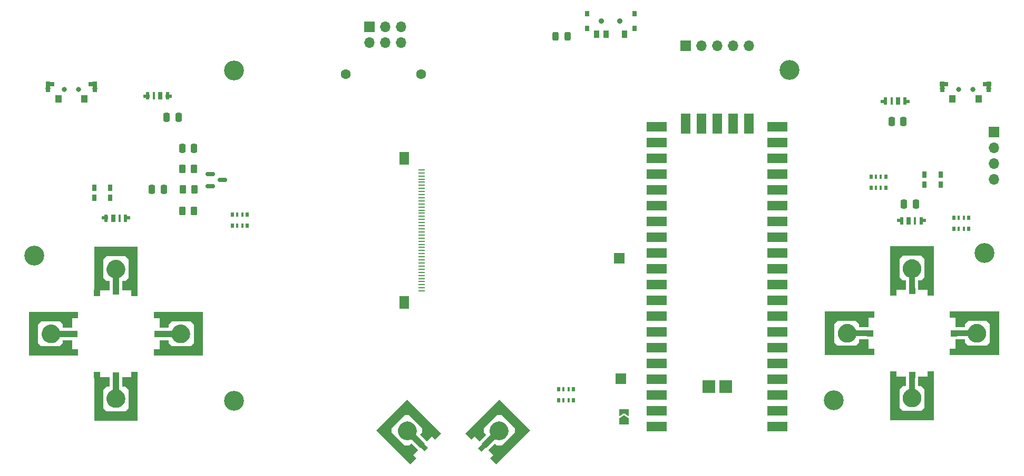
<source format=gbr>
%TF.GenerationSoftware,KiCad,Pcbnew,8.0.0*%
%TF.CreationDate,2024-07-15T05:39:07-05:00*%
%TF.ProjectId,MilkTastic,4d696c6b-5461-4737-9469-632e6b696361,rev?*%
%TF.SameCoordinates,Original*%
%TF.FileFunction,Soldermask,Top*%
%TF.FilePolarity,Negative*%
%FSLAX46Y46*%
G04 Gerber Fmt 4.6, Leading zero omitted, Abs format (unit mm)*
G04 Created by KiCad (PCBNEW 8.0.0) date 2024-07-15 05:39:07*
%MOMM*%
%LPD*%
G01*
G04 APERTURE LIST*
G04 Aperture macros list*
%AMRoundRect*
0 Rectangle with rounded corners*
0 $1 Rounding radius*
0 $2 $3 $4 $5 $6 $7 $8 $9 X,Y pos of 4 corners*
0 Add a 4 corners polygon primitive as box body*
4,1,4,$2,$3,$4,$5,$6,$7,$8,$9,$2,$3,0*
0 Add four circle primitives for the rounded corners*
1,1,$1+$1,$2,$3*
1,1,$1+$1,$4,$5*
1,1,$1+$1,$6,$7*
1,1,$1+$1,$8,$9*
0 Add four rect primitives between the rounded corners*
20,1,$1+$1,$2,$3,$4,$5,0*
20,1,$1+$1,$4,$5,$6,$7,0*
20,1,$1+$1,$6,$7,$8,$9,0*
20,1,$1+$1,$8,$9,$2,$3,0*%
%AMRotRect*
0 Rectangle, with rotation*
0 The origin of the aperture is its center*
0 $1 length*
0 $2 width*
0 $3 Rotation angle, in degrees counterclockwise*
0 Add horizontal line*
21,1,$1,$2,0,0,$3*%
%AMFreePoly0*
4,1,6,1.000000,0.000000,0.500000,-0.750000,-0.500000,-0.750000,-0.500000,0.750000,0.500000,0.750000,1.000000,0.000000,1.000000,0.000000,$1*%
%AMFreePoly1*
4,1,6,0.500000,-0.750000,-0.650000,-0.750000,-0.150000,0.000000,-0.650000,0.750000,0.500000,0.750000,0.500000,-0.750000,0.500000,-0.750000,$1*%
G04 Aperture macros list end*
%ADD10C,0.000000*%
%ADD11R,1.700000X1.700000*%
%ADD12O,1.700000X1.700000*%
%ADD13C,3.200000*%
%ADD14RoundRect,0.250000X-0.262500X-0.450000X0.262500X-0.450000X0.262500X0.450000X-0.262500X0.450000X0*%
%ADD15RoundRect,0.250000X-0.250000X-0.475000X0.250000X-0.475000X0.250000X0.475000X-0.250000X0.475000X0*%
%ADD16R,1.000000X0.550000*%
%ADD17R,0.550000X1.200000*%
%ADD18R,0.700000X1.200000*%
%ADD19R,0.450000X1.200000*%
%ADD20R,0.800000X1.700000*%
%ADD21C,0.800000*%
%ADD22R,1.400000X0.800000*%
%ADD23R,1.000000X1.200000*%
%ADD24R,0.500000X0.800000*%
%ADD25R,0.400000X0.800000*%
%ADD26RoundRect,0.250000X0.250000X0.475000X-0.250000X0.475000X-0.250000X-0.475000X0.250000X-0.475000X0*%
%ADD27R,1.000000X1.000000*%
%ADD28C,0.900000*%
%ADD29R,0.900000X1.250000*%
%ADD30R,0.800000X0.900000*%
%ADD31RoundRect,0.150000X-0.587500X-0.150000X0.587500X-0.150000X0.587500X0.150000X-0.587500X0.150000X0*%
%ADD32R,0.700000X1.100000*%
%ADD33RotRect,1.400000X0.800000X315.000000*%
%ADD34RotRect,1.400000X0.800000X45.000000*%
%ADD35RotRect,1.400000X0.800000X135.000000*%
%ADD36RoundRect,0.243750X0.243750X0.456250X-0.243750X0.456250X-0.243750X-0.456250X0.243750X-0.456250X0*%
%ADD37R,3.200000X1.600000*%
%ADD38R,1.600000X3.200000*%
%ADD39R,2.000000X2.000000*%
%ADD40FreePoly0,90.000000*%
%ADD41FreePoly1,90.000000*%
%ADD42R,1.600000X2.000000*%
%ADD43R,1.100000X0.250000*%
%ADD44C,1.600000*%
G04 APERTURE END LIST*
D10*
%TO.C,J5*%
G36*
X212726641Y-73836578D02*
G01*
X212789573Y-73852708D01*
X212662886Y-73823162D01*
X212726641Y-73836578D01*
G37*
G36*
X212726641Y-76758738D02*
G01*
X212662886Y-76772154D01*
X212789573Y-76742608D01*
X212726641Y-76758738D01*
G37*
G36*
X212851628Y-73871513D02*
G01*
X212912668Y-73892928D01*
X212789603Y-73852716D01*
X212851628Y-73871513D01*
G37*
G36*
X212851628Y-76723803D02*
G01*
X212789603Y-76742600D01*
X212912668Y-76702388D01*
X212851628Y-76723803D01*
G37*
G36*
X212972661Y-73916922D02*
G01*
X213031481Y-73943432D01*
X212912692Y-73892937D01*
X212972661Y-73916922D01*
G37*
G36*
X212972661Y-76678394D02*
G01*
X212912692Y-76702379D01*
X213031481Y-76651884D01*
X212972661Y-76678394D01*
G37*
G36*
X213089088Y-73972425D02*
G01*
X213145361Y-74003837D01*
X213031502Y-73943442D01*
X213089088Y-73972425D01*
G37*
G36*
X213089088Y-76622891D02*
G01*
X213031502Y-76651874D01*
X213145361Y-76591479D01*
X213089088Y-76622891D01*
G37*
G36*
X213200257Y-74037639D02*
G01*
X213253657Y-74073761D01*
X213145381Y-74003849D01*
X213200257Y-74037639D01*
G37*
G36*
X213200257Y-76557677D02*
G01*
X213145381Y-76591467D01*
X213253657Y-76521555D01*
X213200257Y-76557677D01*
G37*
G36*
X213305516Y-74112180D02*
G01*
X213355716Y-74152822D01*
X213253676Y-74073775D01*
X213305516Y-74112180D01*
G37*
G36*
X213305516Y-76483136D02*
G01*
X213253676Y-76521541D01*
X213355716Y-76442494D01*
X213305516Y-76483136D01*
G37*
G36*
X213404212Y-74195668D02*
G01*
X213450886Y-74240637D01*
X213355735Y-74152839D01*
X213404212Y-74195668D01*
G37*
G36*
X213404212Y-76399648D02*
G01*
X213355735Y-76442477D01*
X213450886Y-76354679D01*
X213404212Y-76399648D01*
G37*
G36*
X213495694Y-74287718D02*
G01*
X213538517Y-74336823D01*
X213450907Y-74240658D01*
X213495694Y-74287718D01*
G37*
G36*
X213495694Y-76307598D02*
G01*
X213450907Y-76354658D01*
X213538517Y-76258493D01*
X213495694Y-76307598D01*
G37*
G36*
X221326115Y-85435381D02*
G01*
X221339530Y-85371628D01*
X221355660Y-85308696D01*
X221326115Y-85435381D01*
G37*
G36*
X221355660Y-65286621D02*
G01*
X221339530Y-65223689D01*
X221326114Y-65159934D01*
X221355660Y-65286621D01*
G37*
G36*
X221355669Y-85308663D02*
G01*
X221374465Y-85246640D01*
X221395879Y-85185603D01*
X221355669Y-85308663D01*
G37*
G36*
X221395880Y-65409716D02*
G01*
X221374465Y-65348676D01*
X221355668Y-65286651D01*
X221395880Y-65409716D01*
G37*
G36*
X221395890Y-85185573D02*
G01*
X221419874Y-85125607D01*
X221446382Y-85066791D01*
X221395890Y-85185573D01*
G37*
G36*
X221446384Y-65528529D02*
G01*
X221419874Y-65469709D01*
X221395889Y-65409740D01*
X221446384Y-65528529D01*
G37*
G36*
X221446396Y-85066762D02*
G01*
X221475377Y-85009180D01*
X221506787Y-84952911D01*
X221446396Y-85066762D01*
G37*
G36*
X221506789Y-65642409D02*
G01*
X221475377Y-65586136D01*
X221446394Y-65528550D01*
X221506789Y-65642409D01*
G37*
G36*
X221506804Y-84952882D02*
G01*
X221540591Y-84898011D01*
X221576710Y-84844616D01*
X221506804Y-84952882D01*
G37*
G36*
X221576713Y-65750705D02*
G01*
X221540591Y-65697305D01*
X221506801Y-65642429D01*
X221576713Y-65750705D01*
G37*
G36*
X221576731Y-84844587D02*
G01*
X221615132Y-84792753D01*
X221655771Y-84742557D01*
X221576731Y-84844587D01*
G37*
G36*
X221655774Y-65852764D02*
G01*
X221615132Y-65802564D01*
X221576727Y-65750724D01*
X221655774Y-65852764D01*
G37*
G36*
X221655795Y-84742529D02*
G01*
X221698620Y-84694056D01*
X221743586Y-84647385D01*
X221655795Y-84742529D01*
G37*
G36*
X221743589Y-65947934D02*
G01*
X221698620Y-65901260D01*
X221655791Y-65852783D01*
X221743589Y-65947934D01*
G37*
G36*
X221743613Y-84647359D02*
G01*
X221790670Y-84602574D01*
X221839775Y-84559752D01*
X221743613Y-84647359D01*
G37*
G36*
X221839775Y-66035565D02*
G01*
X221790670Y-65992742D01*
X221743610Y-65947955D01*
X221839775Y-66035565D01*
G37*
G36*
X223810550Y-65992742D02*
G01*
X223761445Y-66035565D01*
X223857610Y-65947955D01*
X223810550Y-65992742D01*
G37*
G36*
X223810550Y-84602574D02*
G01*
X223857607Y-84647359D01*
X223761445Y-84559752D01*
X223810550Y-84602574D01*
G37*
G36*
X223902600Y-65901260D02*
G01*
X223857631Y-65947934D01*
X223945429Y-65852783D01*
X223902600Y-65901260D01*
G37*
G36*
X223902600Y-84694056D02*
G01*
X223945425Y-84742529D01*
X223857634Y-84647385D01*
X223902600Y-84694056D01*
G37*
G36*
X223986088Y-65802564D02*
G01*
X223945446Y-65852764D01*
X224024493Y-65750724D01*
X223986088Y-65802564D01*
G37*
G36*
X223986088Y-84792753D02*
G01*
X224024489Y-84844587D01*
X223945449Y-84742557D01*
X223986088Y-84792753D01*
G37*
G36*
X224060629Y-65697305D02*
G01*
X224024507Y-65750705D01*
X224094419Y-65642429D01*
X224060629Y-65697305D01*
G37*
G36*
X224060629Y-84898011D02*
G01*
X224094416Y-84952882D01*
X224024510Y-84844616D01*
X224060629Y-84898011D01*
G37*
G36*
X224125843Y-65586136D02*
G01*
X224094431Y-65642409D01*
X224154826Y-65528550D01*
X224125843Y-65586136D01*
G37*
G36*
X224125843Y-85009180D02*
G01*
X224154824Y-85066762D01*
X224094433Y-84952911D01*
X224125843Y-85009180D01*
G37*
G36*
X224181346Y-65469709D02*
G01*
X224154836Y-65528529D01*
X224205331Y-65409740D01*
X224181346Y-65469709D01*
G37*
G36*
X224181346Y-85125607D02*
G01*
X224205330Y-85185573D01*
X224154838Y-85066791D01*
X224181346Y-85125607D01*
G37*
G36*
X224226755Y-65348676D02*
G01*
X224205340Y-65409716D01*
X224245552Y-65286651D01*
X224226755Y-65348676D01*
G37*
G36*
X224226755Y-85246640D02*
G01*
X224245551Y-85308663D01*
X224205341Y-85185603D01*
X224226755Y-85246640D01*
G37*
G36*
X224261690Y-65223689D02*
G01*
X224245560Y-65286621D01*
X224275106Y-65159934D01*
X224261690Y-65223689D01*
G37*
G36*
X224261690Y-85371628D02*
G01*
X224275105Y-85435381D01*
X224245560Y-85308696D01*
X224261690Y-85371628D01*
G37*
G36*
X232062704Y-74336823D02*
G01*
X232105526Y-74287718D01*
X232150311Y-74240661D01*
X232062704Y-74336823D01*
G37*
G36*
X232150311Y-76354655D02*
G01*
X232105526Y-76307598D01*
X232062704Y-76258493D01*
X232150311Y-76354655D01*
G37*
G36*
X232150337Y-74240634D02*
G01*
X232197008Y-74195668D01*
X232245481Y-74152843D01*
X232150337Y-74240634D01*
G37*
G36*
X232245481Y-76442473D02*
G01*
X232197008Y-76399648D01*
X232150337Y-76354682D01*
X232245481Y-76442473D01*
G37*
G36*
X232245509Y-74152819D02*
G01*
X232295705Y-74112180D01*
X232347539Y-74073779D01*
X232245509Y-74152819D01*
G37*
G36*
X232347539Y-76521537D02*
G01*
X232295705Y-76483136D01*
X232245509Y-76442497D01*
X232347539Y-76521537D01*
G37*
G36*
X232347568Y-74073758D02*
G01*
X232400963Y-74037639D01*
X232455834Y-74003852D01*
X232347568Y-74073758D01*
G37*
G36*
X232455834Y-76591464D02*
G01*
X232400963Y-76557677D01*
X232347568Y-76521558D01*
X232455834Y-76591464D01*
G37*
G36*
X232455863Y-74003835D02*
G01*
X232512132Y-73972425D01*
X232569714Y-73943444D01*
X232455863Y-74003835D01*
G37*
G36*
X232569714Y-76651872D02*
G01*
X232512132Y-76622891D01*
X232455863Y-76591481D01*
X232569714Y-76651872D01*
G37*
G36*
X232569743Y-73943430D02*
G01*
X232628559Y-73916922D01*
X232688525Y-73892938D01*
X232569743Y-73943430D01*
G37*
G36*
X232688525Y-76702378D02*
G01*
X232628559Y-76678394D01*
X232569743Y-76651886D01*
X232688525Y-76702378D01*
G37*
G36*
X232688555Y-73892927D02*
G01*
X232749592Y-73871513D01*
X232811615Y-73852717D01*
X232688555Y-73892927D01*
G37*
G36*
X232811615Y-76742599D02*
G01*
X232749592Y-76723803D01*
X232688555Y-76702389D01*
X232811615Y-76742599D01*
G37*
G36*
X232811648Y-73852708D02*
G01*
X232874580Y-73836578D01*
X232938333Y-73823163D01*
X232811648Y-73852708D01*
G37*
G36*
X232938333Y-76772153D02*
G01*
X232874580Y-76758738D01*
X232811648Y-76742608D01*
X232938333Y-76772153D01*
G37*
G36*
X213031492Y-73943436D02*
G01*
X213031502Y-73943442D01*
X213031491Y-73943436D01*
X213031481Y-73943432D01*
X213031492Y-73943436D01*
G37*
G36*
X213031492Y-76651880D02*
G01*
X213031481Y-76651884D01*
X213031491Y-76651880D01*
X213031502Y-76651874D01*
X213031492Y-76651880D01*
G37*
G36*
X221655782Y-84742544D02*
G01*
X221655771Y-84742557D01*
X221655782Y-84742543D01*
X221655795Y-84742529D01*
X221655782Y-84742544D01*
G37*
G36*
X221743598Y-84647373D02*
G01*
X221743586Y-84647385D01*
X221743598Y-84647372D01*
X221743613Y-84647359D01*
X221743598Y-84647373D01*
G37*
G36*
X223857622Y-84647372D02*
G01*
X223857634Y-84647385D01*
X223857622Y-84647373D01*
X223857607Y-84647359D01*
X223857622Y-84647372D01*
G37*
G36*
X223945438Y-84742543D02*
G01*
X223945449Y-84742557D01*
X223945438Y-84742544D01*
X223945425Y-84742529D01*
X223945438Y-84742543D01*
G37*
G36*
X224024500Y-84844602D02*
G01*
X224024510Y-84844616D01*
X224024500Y-84844603D01*
X224024489Y-84844587D01*
X224024500Y-84844602D01*
G37*
G36*
X224094426Y-84952897D02*
G01*
X224094433Y-84952911D01*
X224094426Y-84952898D01*
X224094416Y-84952882D01*
X224094426Y-84952897D01*
G37*
G36*
X232150325Y-74240646D02*
G01*
X232150311Y-74240661D01*
X232150324Y-74240646D01*
X232150337Y-74240634D01*
X232150325Y-74240646D01*
G37*
G36*
X232150325Y-76354670D02*
G01*
X232150337Y-76354682D01*
X232150324Y-76354670D01*
X232150311Y-76354655D01*
X232150325Y-76354670D01*
G37*
G36*
X232245496Y-74152830D02*
G01*
X232245481Y-74152843D01*
X232245495Y-74152830D01*
X232245509Y-74152819D01*
X232245496Y-74152830D01*
G37*
G36*
X232245496Y-76442486D02*
G01*
X232245509Y-76442497D01*
X232245495Y-76442486D01*
X232245481Y-76442473D01*
X232245496Y-76442486D01*
G37*
G36*
X232347555Y-74073768D02*
G01*
X232347539Y-74073779D01*
X232347554Y-74073768D01*
X232347568Y-74073758D01*
X232347555Y-74073768D01*
G37*
G36*
X232347555Y-76521548D02*
G01*
X232347568Y-76521558D01*
X232347554Y-76521548D01*
X232347539Y-76521537D01*
X232347555Y-76521548D01*
G37*
G36*
X232455850Y-74003842D02*
G01*
X232455834Y-74003852D01*
X232455849Y-74003842D01*
X232455863Y-74003835D01*
X232455850Y-74003842D01*
G37*
G36*
X232455850Y-76591474D02*
G01*
X232455863Y-76591481D01*
X232455849Y-76591474D01*
X232455834Y-76591464D01*
X232455850Y-76591474D01*
G37*
G36*
X232688541Y-73892932D02*
G01*
X232688525Y-73892938D01*
X232688540Y-73892932D01*
X232688555Y-73892927D01*
X232688541Y-73892932D01*
G37*
G36*
X232688541Y-76702384D02*
G01*
X232688555Y-76702389D01*
X232688540Y-76702384D01*
X232688525Y-76702378D01*
X232688541Y-76702384D01*
G37*
G36*
X222236854Y-84321824D02*
G01*
X222174759Y-84348609D01*
X222236853Y-84321824D01*
X222300610Y-84297658D01*
X222300611Y-84297658D01*
X222236854Y-84321824D01*
G37*
G36*
X223364367Y-84321824D02*
G01*
X223426461Y-84348609D01*
X223364366Y-84321824D01*
X223300609Y-84297658D01*
X223300610Y-84297658D01*
X223364367Y-84321824D01*
G37*
G36*
X231800610Y-75797658D02*
G01*
X231824776Y-75861415D01*
X231851561Y-75923509D01*
X231824776Y-75861414D01*
X231800610Y-75797657D01*
X231800610Y-75797658D01*
G37*
G36*
X231824776Y-74733902D02*
G01*
X231800610Y-74797659D01*
X231800610Y-74797658D01*
X231824776Y-74733901D01*
X231824776Y-74733902D01*
G37*
G36*
X221943964Y-84480303D02*
G01*
X221890901Y-84518958D01*
X221839787Y-84559742D01*
X221839775Y-84559752D01*
X221839787Y-84559741D01*
X221890901Y-84518957D01*
X221943965Y-84480302D01*
X221943964Y-84480303D01*
G37*
G36*
X222114375Y-84377931D02*
G01*
X222055749Y-84409708D01*
X221998930Y-84443859D01*
X222055750Y-84409707D01*
X222114375Y-84377930D01*
X222149326Y-84360959D01*
X222114375Y-84377931D01*
G37*
G36*
X223486845Y-84377930D02*
G01*
X223545470Y-84409707D01*
X223602290Y-84443859D01*
X223657255Y-84480302D01*
X223710319Y-84518957D01*
X223761433Y-84559741D01*
X223761445Y-84559752D01*
X223761433Y-84559742D01*
X223710319Y-84518958D01*
X223657256Y-84480303D01*
X223602290Y-84443859D01*
X223545471Y-84409708D01*
X223486845Y-84377931D01*
X223451894Y-84360959D01*
X223486845Y-84377930D01*
G37*
G36*
X231983255Y-76154304D02*
G01*
X232021910Y-76207367D01*
X232062694Y-76258481D01*
X232062704Y-76258493D01*
X232062693Y-76258481D01*
X232021909Y-76207367D01*
X231983254Y-76154303D01*
X231983255Y-76154304D01*
G37*
G36*
X231880883Y-75983893D02*
G01*
X231912660Y-76042519D01*
X231946811Y-76099338D01*
X231912659Y-76042518D01*
X231880882Y-75983893D01*
X231863911Y-75948942D01*
X231880883Y-75983893D01*
G37*
G36*
X231912660Y-74552797D02*
G01*
X231880883Y-74611423D01*
X231863911Y-74646374D01*
X231880882Y-74611423D01*
X231912659Y-74552798D01*
X231912660Y-74552797D01*
G37*
G36*
X232062694Y-74336835D02*
G01*
X232021910Y-74387949D01*
X231983255Y-74441012D01*
X231946811Y-74495978D01*
X231983254Y-74441013D01*
X232021909Y-74387949D01*
X232062693Y-74336835D01*
X232062704Y-74336823D01*
X232062694Y-74336835D01*
G37*
G36*
X215800610Y-74297658D02*
G01*
X214300610Y-74297658D01*
X214300610Y-73797658D01*
X213800610Y-73297658D01*
X210800610Y-73297658D01*
X210300610Y-73797658D01*
X210300610Y-76797658D01*
X210800610Y-77297658D01*
X213800610Y-77297658D01*
X214300610Y-76797658D01*
X214300610Y-76297658D01*
X215800610Y-76297658D01*
X215800610Y-78797658D01*
X208800610Y-78797658D01*
X208800610Y-71797658D01*
X215800610Y-71797658D01*
X215800610Y-74297658D01*
G37*
G36*
X215800610Y-74297658D02*
G01*
X214300610Y-74297658D01*
X214300610Y-73797658D01*
X213800610Y-73297658D01*
X210800610Y-73297658D01*
X210300610Y-73797658D01*
X210300610Y-76797658D01*
X210800610Y-77297658D01*
X213800610Y-77297658D01*
X214300610Y-76797658D01*
X214300610Y-76297658D01*
X215800610Y-76297658D01*
X215800610Y-78797658D01*
X208800610Y-78797658D01*
X208800610Y-71797658D01*
X215800610Y-71797658D01*
X215800610Y-74297658D01*
G37*
G36*
X221800610Y-83797658D02*
G01*
X221300610Y-83797658D01*
X220800610Y-84297658D01*
X220800610Y-87297658D01*
X221300610Y-87797658D01*
X224300610Y-87797658D01*
X224800610Y-87297658D01*
X224800610Y-84297658D01*
X224300610Y-83797658D01*
X223800610Y-83797658D01*
X223800610Y-82297658D01*
X226300610Y-82297658D01*
X226300610Y-89297658D01*
X219300610Y-89297658D01*
X219300610Y-82297658D01*
X221800610Y-82297658D01*
X221800610Y-83797658D01*
G37*
G36*
X221800610Y-83797658D02*
G01*
X221300610Y-83797658D01*
X220800610Y-84297658D01*
X220800610Y-87297658D01*
X221300610Y-87797658D01*
X224300610Y-87797658D01*
X224800610Y-87297658D01*
X224800610Y-84297658D01*
X224300610Y-83797658D01*
X223800610Y-83797658D01*
X223800610Y-82297658D01*
X226300610Y-82297658D01*
X226300610Y-89297658D01*
X219300610Y-89297658D01*
X219300610Y-82297658D01*
X221800610Y-82297658D01*
X221800610Y-83797658D01*
G37*
G36*
X226300610Y-68297658D02*
G01*
X223800610Y-68297658D01*
X223800610Y-66797658D01*
X224300610Y-66797658D01*
X224800610Y-66297658D01*
X224800610Y-63297658D01*
X224300610Y-62797658D01*
X221300610Y-62797658D01*
X220800610Y-63297658D01*
X220800610Y-66297658D01*
X221300610Y-66797658D01*
X221800610Y-66797658D01*
X221800610Y-68297658D01*
X219300610Y-68297658D01*
X219300610Y-61297658D01*
X226300610Y-61297658D01*
X226300610Y-68297658D01*
G37*
G36*
X226300610Y-68297658D02*
G01*
X223800610Y-68297658D01*
X223800610Y-66797658D01*
X224300610Y-66797658D01*
X224800610Y-66297658D01*
X224800610Y-63297658D01*
X224300610Y-62797658D01*
X221300610Y-62797658D01*
X220800610Y-63297658D01*
X220800610Y-66297658D01*
X221300610Y-66797658D01*
X221800610Y-66797658D01*
X221800610Y-68297658D01*
X219300610Y-68297658D01*
X219300610Y-61297658D01*
X226300610Y-61297658D01*
X226300610Y-68297658D01*
G37*
G36*
X236800610Y-78797658D02*
G01*
X229800610Y-78797658D01*
X229800610Y-76297658D01*
X231300610Y-76297658D01*
X231300610Y-76797658D01*
X231800610Y-77297658D01*
X234800610Y-77297658D01*
X235300610Y-76797658D01*
X235300610Y-73797658D01*
X234800610Y-73297658D01*
X231800610Y-73297658D01*
X231300610Y-73797658D01*
X231300610Y-74297658D01*
X229800610Y-74297658D01*
X229800610Y-71797658D01*
X236800610Y-71797658D01*
X236800610Y-78797658D01*
G37*
G36*
X236800610Y-78797658D02*
G01*
X229800610Y-78797658D01*
X229800610Y-76297658D01*
X231300610Y-76297658D01*
X231300610Y-76797658D01*
X231800610Y-77297658D01*
X234800610Y-77297658D01*
X235300610Y-76797658D01*
X235300610Y-73797658D01*
X234800610Y-73297658D01*
X231800610Y-73297658D01*
X231300610Y-73797658D01*
X231300610Y-74297658D01*
X229800610Y-74297658D01*
X229800610Y-71797658D01*
X236800610Y-71797658D01*
X236800610Y-78797658D01*
G37*
G36*
X213538527Y-74336835D02*
G01*
X213579312Y-74387949D01*
X213617966Y-74441013D01*
X213654410Y-74495978D01*
X213688561Y-74552798D01*
X213720338Y-74611423D01*
X213749660Y-74671807D01*
X213776445Y-74733902D01*
X213800611Y-74797658D01*
X213800610Y-74797658D01*
X213776444Y-74733901D01*
X213749659Y-74671807D01*
X213720337Y-74611423D01*
X213688560Y-74552797D01*
X213654409Y-74495978D01*
X213617965Y-74441012D01*
X213579311Y-74387949D01*
X213538527Y-74336835D01*
G37*
G36*
X213776445Y-75861414D02*
G01*
X213749660Y-75923509D01*
X213720338Y-75983893D01*
X213688561Y-76042518D01*
X213654410Y-76099338D01*
X213617966Y-76154303D01*
X213579312Y-76207367D01*
X213538527Y-76258481D01*
X213579311Y-76207367D01*
X213617965Y-76154304D01*
X213654409Y-76099338D01*
X213688560Y-76042519D01*
X213720337Y-75983893D01*
X213749659Y-75923509D01*
X213776444Y-75861415D01*
X213800610Y-75797658D01*
X213800611Y-75797658D01*
X213776445Y-75861414D01*
G37*
G36*
X221839787Y-66035575D02*
G01*
X221890901Y-66076359D01*
X221943964Y-66115013D01*
X221998930Y-66151457D01*
X222055749Y-66185608D01*
X222114375Y-66217385D01*
X222174759Y-66246707D01*
X222236853Y-66273492D01*
X222300610Y-66297658D01*
X222300610Y-66297659D01*
X222236854Y-66273493D01*
X222174759Y-66246708D01*
X222114375Y-66217386D01*
X222055750Y-66185609D01*
X221998930Y-66151458D01*
X221943965Y-66115014D01*
X221890901Y-66076360D01*
X221839787Y-66035575D01*
G37*
G36*
X223761433Y-66035575D02*
G01*
X223710319Y-66076360D01*
X223657255Y-66115014D01*
X223602290Y-66151458D01*
X223545470Y-66185609D01*
X223486845Y-66217386D01*
X223426461Y-66246708D01*
X223364366Y-66273493D01*
X223300610Y-66297659D01*
X223300610Y-66297658D01*
X223364367Y-66273492D01*
X223426461Y-66246707D01*
X223486845Y-66217385D01*
X223545471Y-66185608D01*
X223602290Y-66151457D01*
X223657256Y-66115013D01*
X223710319Y-66076359D01*
X223761433Y-66035575D01*
G37*
G36*
X211472391Y-76487164D02*
G01*
X211524617Y-76525569D01*
X211578586Y-76561763D01*
X211634238Y-76595672D01*
X211691513Y-76627226D01*
X211750349Y-76656351D01*
X211810686Y-76682975D01*
X211872462Y-76707026D01*
X211935617Y-76728432D01*
X212000089Y-76747120D01*
X212065819Y-76763019D01*
X212132744Y-76776055D01*
X212200188Y-76786073D01*
X212267458Y-76792993D01*
X212334473Y-76796865D01*
X212267458Y-76792994D01*
X212200188Y-76786074D01*
X212132744Y-76776056D01*
X212065819Y-76763020D01*
X212000089Y-76747121D01*
X211935617Y-76728432D01*
X211872462Y-76707027D01*
X211810686Y-76682976D01*
X211750349Y-76656351D01*
X211691513Y-76627227D01*
X211634238Y-76595673D01*
X211578586Y-76561764D01*
X211524617Y-76525570D01*
X211472391Y-76487164D01*
G37*
G36*
X212533171Y-76790662D02*
G01*
X212467411Y-76795652D01*
X212401151Y-76797735D01*
X212467411Y-76795651D01*
X212533171Y-76790662D01*
G37*
G36*
X211282149Y-76312869D02*
G01*
X211326789Y-76359399D01*
X211373417Y-76404006D01*
X211421971Y-76446619D01*
X211373417Y-76404007D01*
X211326789Y-76359400D01*
X211282149Y-76312869D01*
G37*
G36*
X211124684Y-76108964D02*
G01*
X211160765Y-76162463D01*
X211199076Y-76214329D01*
X211160765Y-76162464D01*
X211124684Y-76108964D01*
G37*
G36*
X211199076Y-74380987D02*
G01*
X211160765Y-74432853D01*
X211124684Y-74486352D01*
X211160765Y-74432852D01*
X211199076Y-74380987D01*
G37*
G36*
X211421971Y-74148697D02*
G01*
X211373417Y-74191310D01*
X211326789Y-74235917D01*
X211282149Y-74282447D01*
X211326789Y-74235916D01*
X211373417Y-74191309D01*
X211421971Y-74148697D01*
G37*
G36*
X212334473Y-73798451D02*
G01*
X212267458Y-73802323D01*
X212200188Y-73809243D01*
X212132744Y-73819261D01*
X212065819Y-73832297D01*
X212000089Y-73848196D01*
X211935617Y-73866884D01*
X211872462Y-73888290D01*
X211810686Y-73912341D01*
X211750349Y-73938965D01*
X211691513Y-73968090D01*
X211634238Y-73999644D01*
X211578586Y-74033553D01*
X211524617Y-74069747D01*
X211472391Y-74108152D01*
X211524617Y-74069746D01*
X211578586Y-74033552D01*
X211634238Y-73999643D01*
X211691513Y-73968089D01*
X211750349Y-73938965D01*
X211810686Y-73912340D01*
X211872462Y-73888289D01*
X211935617Y-73866884D01*
X212000089Y-73848195D01*
X212065819Y-73832296D01*
X212132744Y-73819260D01*
X212200188Y-73809242D01*
X212267458Y-73802322D01*
X212334473Y-73798451D01*
G37*
G36*
X212467411Y-73799664D02*
G01*
X212533171Y-73804654D01*
X212467411Y-73799665D01*
X212401151Y-73797581D01*
X212467411Y-73799664D01*
G37*
G36*
X234402144Y-74380987D02*
G01*
X234440455Y-74432852D01*
X234476536Y-74486352D01*
X234440455Y-74432853D01*
X234402144Y-74380987D01*
G37*
G36*
X234179249Y-74148697D02*
G01*
X234227803Y-74191309D01*
X234274431Y-74235916D01*
X234319071Y-74282447D01*
X234274431Y-74235917D01*
X234227803Y-74191310D01*
X234179249Y-74148697D01*
G37*
G36*
X233333762Y-73802322D02*
G01*
X233401032Y-73809242D01*
X233468476Y-73819260D01*
X233535401Y-73832296D01*
X233601131Y-73848195D01*
X233665603Y-73866884D01*
X233728758Y-73888289D01*
X233790534Y-73912340D01*
X233850871Y-73938965D01*
X233909707Y-73968089D01*
X233966982Y-73999643D01*
X234022634Y-74033552D01*
X234076603Y-74069746D01*
X234128829Y-74108152D01*
X234076603Y-74069747D01*
X234022634Y-74033553D01*
X233966982Y-73999644D01*
X233909707Y-73968090D01*
X233850871Y-73938965D01*
X233790534Y-73912341D01*
X233728758Y-73888290D01*
X233665603Y-73866884D01*
X233601131Y-73848196D01*
X233535401Y-73832297D01*
X233468476Y-73819261D01*
X233401032Y-73809243D01*
X233333762Y-73802323D01*
X233270407Y-73798662D01*
X233333762Y-73802322D01*
G37*
G36*
X233133809Y-73799665D02*
G01*
X233068049Y-73804654D01*
X233133809Y-73799664D01*
X233200069Y-73797581D01*
X233133809Y-73799665D01*
G37*
G36*
X233266748Y-73798451D02*
G01*
X233270407Y-73798662D01*
X233266747Y-73798451D01*
X233200069Y-73797581D01*
X233266748Y-73798451D01*
G37*
G36*
X233068049Y-76790662D02*
G01*
X233133809Y-76795651D01*
X233200069Y-76797735D01*
X233133809Y-76795652D01*
X233068049Y-76790662D01*
G37*
G36*
X233266748Y-76796865D02*
G01*
X233200069Y-76797735D01*
X233266747Y-76796865D01*
X233270407Y-76796653D01*
X233266748Y-76796865D01*
G37*
G36*
X234128829Y-76487164D02*
G01*
X234076603Y-76525570D01*
X234022634Y-76561764D01*
X233966982Y-76595673D01*
X233909707Y-76627227D01*
X233850871Y-76656351D01*
X233790534Y-76682976D01*
X233728758Y-76707027D01*
X233665603Y-76728432D01*
X233601131Y-76747121D01*
X233535401Y-76763020D01*
X233468476Y-76776056D01*
X233401032Y-76786074D01*
X233333762Y-76792994D01*
X233270407Y-76796653D01*
X233333762Y-76792993D01*
X233401032Y-76786073D01*
X233468476Y-76776055D01*
X233535401Y-76763019D01*
X233601131Y-76747120D01*
X233665603Y-76728432D01*
X233728758Y-76707026D01*
X233790534Y-76682975D01*
X233850871Y-76656351D01*
X233909707Y-76627226D01*
X233966982Y-76595672D01*
X234022634Y-76561763D01*
X234076603Y-76525569D01*
X234128829Y-76487164D01*
G37*
G36*
X234319071Y-76312869D02*
G01*
X234274431Y-76359400D01*
X234227803Y-76404007D01*
X234179249Y-76446619D01*
X234227803Y-76404006D01*
X234274431Y-76359399D01*
X234319071Y-76312869D01*
G37*
G36*
X222100915Y-87038807D02*
G01*
X222158883Y-87067828D01*
X222218195Y-87094374D01*
X222158882Y-87067828D01*
X222100915Y-87038807D01*
G37*
G36*
X221883939Y-86899192D02*
G01*
X221935805Y-86937503D01*
X221989304Y-86973584D01*
X221935804Y-86937503D01*
X221883939Y-86899192D01*
G37*
G36*
X221651649Y-86676297D02*
G01*
X221694262Y-86724851D01*
X221738869Y-86771479D01*
X221785399Y-86816119D01*
X221738868Y-86771479D01*
X221694261Y-86724851D01*
X221651649Y-86676297D01*
G37*
G36*
X221301614Y-85767455D02*
G01*
X221305275Y-85830810D01*
X221312195Y-85898080D01*
X221322213Y-85965524D01*
X221335249Y-86032449D01*
X221351148Y-86098179D01*
X221369836Y-86162651D01*
X221391242Y-86225806D01*
X221415293Y-86287582D01*
X221441917Y-86347919D01*
X221471042Y-86406755D01*
X221502596Y-86464030D01*
X221536505Y-86519682D01*
X221572699Y-86573651D01*
X221611104Y-86625877D01*
X221572698Y-86573651D01*
X221536504Y-86519682D01*
X221502595Y-86464030D01*
X221471041Y-86406755D01*
X221441917Y-86347919D01*
X221415292Y-86287582D01*
X221391241Y-86225806D01*
X221369836Y-86162651D01*
X221351147Y-86098179D01*
X221335248Y-86032449D01*
X221322212Y-85965524D01*
X221312194Y-85898080D01*
X221305274Y-85830810D01*
X221301614Y-85767455D01*
G37*
G36*
X221307606Y-85565097D02*
G01*
X221302617Y-85630857D01*
X221300533Y-85697117D01*
X221302616Y-85630857D01*
X221307606Y-85565097D01*
G37*
G36*
X221300533Y-64898199D02*
G01*
X221302617Y-64964459D01*
X221307606Y-65030219D01*
X221302616Y-64964459D01*
X221300533Y-64898199D01*
G37*
G36*
X221611104Y-63969439D02*
G01*
X221572699Y-64021665D01*
X221536505Y-64075634D01*
X221502596Y-64131286D01*
X221471042Y-64188561D01*
X221441917Y-64247397D01*
X221415293Y-64307734D01*
X221391242Y-64369510D01*
X221369836Y-64432665D01*
X221351148Y-64497137D01*
X221335249Y-64562867D01*
X221322213Y-64629792D01*
X221312195Y-64697236D01*
X221305275Y-64764506D01*
X221301403Y-64831521D01*
X221305274Y-64764506D01*
X221312194Y-64697236D01*
X221322212Y-64629792D01*
X221335248Y-64562867D01*
X221351147Y-64497137D01*
X221369836Y-64432665D01*
X221391241Y-64369510D01*
X221415292Y-64307734D01*
X221441917Y-64247397D01*
X221471041Y-64188561D01*
X221502595Y-64131286D01*
X221536504Y-64075634D01*
X221572698Y-64021665D01*
X221611104Y-63969439D01*
G37*
G36*
X221785399Y-63779197D02*
G01*
X221738869Y-63823837D01*
X221694262Y-63870465D01*
X221651649Y-63919019D01*
X221694261Y-63870465D01*
X221738868Y-63823837D01*
X221785399Y-63779197D01*
G37*
G36*
X221989304Y-63621732D02*
G01*
X221935805Y-63657813D01*
X221883939Y-63696124D01*
X221935804Y-63657813D01*
X221989304Y-63621732D01*
G37*
G36*
X222218195Y-63500942D02*
G01*
X222158883Y-63527488D01*
X222100915Y-63556509D01*
X222158882Y-63527488D01*
X222218195Y-63500942D01*
G37*
G36*
X224300687Y-64898199D02*
G01*
X224298604Y-64964459D01*
X224293614Y-65030219D01*
X224298603Y-64964459D01*
X224300687Y-64898199D01*
G37*
G36*
X223990116Y-63969439D02*
G01*
X224028522Y-64021665D01*
X224064716Y-64075634D01*
X224098625Y-64131286D01*
X224130179Y-64188561D01*
X224159303Y-64247397D01*
X224185928Y-64307734D01*
X224209979Y-64369510D01*
X224231384Y-64432665D01*
X224250073Y-64497137D01*
X224265972Y-64562867D01*
X224279008Y-64629792D01*
X224289026Y-64697236D01*
X224295946Y-64764506D01*
X224299817Y-64831521D01*
X224295945Y-64764506D01*
X224289025Y-64697236D01*
X224279007Y-64629792D01*
X224265971Y-64562867D01*
X224250072Y-64497137D01*
X224231384Y-64432665D01*
X224209978Y-64369510D01*
X224185927Y-64307734D01*
X224159303Y-64247397D01*
X224130178Y-64188561D01*
X224098624Y-64131286D01*
X224064715Y-64075634D01*
X224028521Y-64021665D01*
X223990116Y-63969439D01*
G37*
G36*
X223815821Y-63779197D02*
G01*
X223862352Y-63823837D01*
X223906959Y-63870465D01*
X223949571Y-63919019D01*
X223906958Y-63870465D01*
X223862351Y-63823837D01*
X223815821Y-63779197D01*
G37*
G36*
X223611916Y-63621732D02*
G01*
X223665416Y-63657813D01*
X223717281Y-63696124D01*
X223665415Y-63657813D01*
X223611916Y-63621732D01*
G37*
G36*
X223383025Y-63500942D02*
G01*
X223442338Y-63527488D01*
X223500305Y-63556509D01*
X223442337Y-63527488D01*
X223383025Y-63500942D01*
G37*
G36*
X223500305Y-87038807D02*
G01*
X223442338Y-87067828D01*
X223383025Y-87094374D01*
X223442337Y-87067828D01*
X223500305Y-87038807D01*
G37*
G36*
X223717281Y-86899192D02*
G01*
X223665416Y-86937503D01*
X223611916Y-86973584D01*
X223665415Y-86937503D01*
X223717281Y-86899192D01*
G37*
G36*
X223949571Y-86676297D02*
G01*
X223906959Y-86724851D01*
X223862352Y-86771479D01*
X223815821Y-86816119D01*
X223862351Y-86771479D01*
X223906958Y-86724851D01*
X223949571Y-86676297D01*
G37*
G36*
X224299605Y-85767455D02*
G01*
X224295946Y-85830810D01*
X224289026Y-85898080D01*
X224279008Y-85965524D01*
X224265972Y-86032449D01*
X224250073Y-86098179D01*
X224231384Y-86162651D01*
X224209979Y-86225806D01*
X224185928Y-86287582D01*
X224159303Y-86347919D01*
X224130179Y-86406755D01*
X224098625Y-86464030D01*
X224064716Y-86519682D01*
X224028522Y-86573651D01*
X223990116Y-86625877D01*
X224028521Y-86573651D01*
X224064715Y-86519682D01*
X224098624Y-86464030D01*
X224130178Y-86406755D01*
X224159303Y-86347919D01*
X224185927Y-86287582D01*
X224209978Y-86225806D01*
X224231384Y-86162651D01*
X224250072Y-86098179D01*
X224265971Y-86032449D01*
X224279007Y-85965524D01*
X224289025Y-85898080D01*
X224295945Y-85830810D01*
X224299605Y-85767455D01*
G37*
G36*
X224293614Y-85565097D02*
G01*
X224298604Y-85630857D01*
X224300687Y-85697117D01*
X224298603Y-85630857D01*
X224293614Y-85565097D01*
G37*
G36*
X212467411Y-73799665D02*
G01*
X212533171Y-73804654D01*
X212598351Y-73812501D01*
X212662868Y-73823158D01*
X212726641Y-73836578D01*
X212789588Y-73852712D01*
X212851628Y-73871513D01*
X212912680Y-73892932D01*
X212972661Y-73916922D01*
X213031491Y-73943436D01*
X213089088Y-73972425D01*
X213145371Y-74003842D01*
X213200257Y-74037639D01*
X213253666Y-74073768D01*
X213305516Y-74112180D01*
X213355725Y-74152830D01*
X213404212Y-74195668D01*
X213450896Y-74240646D01*
X213495694Y-74287718D01*
X213538527Y-74336835D01*
X213579311Y-74387949D01*
X213617965Y-74441012D01*
X213654409Y-74495978D01*
X213688560Y-74552797D01*
X213720337Y-74611423D01*
X213749659Y-74671807D01*
X213776444Y-74733901D01*
X213800610Y-74797658D01*
X215800610Y-74797658D01*
X215800610Y-75797658D01*
X213800611Y-75797657D01*
X213776445Y-75861414D01*
X213749660Y-75923509D01*
X213720338Y-75983893D01*
X213688561Y-76042518D01*
X213654410Y-76099338D01*
X213617966Y-76154303D01*
X213579312Y-76207367D01*
X213538527Y-76258481D01*
X213450896Y-76354670D01*
X213355725Y-76442486D01*
X213253666Y-76521548D01*
X213145371Y-76591474D01*
X213031492Y-76651880D01*
X212912680Y-76702384D01*
X212789588Y-76742604D01*
X212662868Y-76772158D01*
X212598351Y-76782815D01*
X212533171Y-76790662D01*
X212467411Y-76795652D01*
X212401151Y-76797735D01*
X212334473Y-76796865D01*
X212267458Y-76792994D01*
X212200188Y-76786074D01*
X212132744Y-76776056D01*
X212065819Y-76763020D01*
X212000089Y-76747121D01*
X211935617Y-76728432D01*
X211872462Y-76707027D01*
X211810686Y-76682976D01*
X211750349Y-76656351D01*
X211691513Y-76627227D01*
X211634238Y-76595673D01*
X211578586Y-76561764D01*
X211524617Y-76525570D01*
X211472391Y-76487164D01*
X211421971Y-76446619D01*
X211373417Y-76404007D01*
X211326789Y-76359400D01*
X211282149Y-76312869D01*
X211239558Y-76264488D01*
X211199076Y-76214329D01*
X211160765Y-76162464D01*
X211124684Y-76108964D01*
X211090896Y-76053903D01*
X211059461Y-75997353D01*
X211030440Y-75939386D01*
X211003894Y-75880073D01*
X210979884Y-75819488D01*
X210958470Y-75757702D01*
X210939714Y-75694788D01*
X210923676Y-75630819D01*
X210910418Y-75565865D01*
X210900000Y-75500000D01*
X210892483Y-75433296D01*
X210887929Y-75365824D01*
X210886397Y-75297658D01*
X210887929Y-75229492D01*
X210892483Y-75162020D01*
X210900000Y-75095316D01*
X210910418Y-75029451D01*
X210923676Y-74964497D01*
X210939714Y-74900528D01*
X210958470Y-74837614D01*
X210979884Y-74775828D01*
X211003894Y-74715243D01*
X211030440Y-74655931D01*
X211059461Y-74597963D01*
X211090896Y-74541413D01*
X211124684Y-74486352D01*
X211160765Y-74432853D01*
X211199076Y-74380987D01*
X211239558Y-74330828D01*
X211282149Y-74282447D01*
X211326789Y-74235917D01*
X211373417Y-74191310D01*
X211421971Y-74148697D01*
X211472391Y-74108152D01*
X211524617Y-74069747D01*
X211578586Y-74033553D01*
X211634238Y-73999644D01*
X211691513Y-73968090D01*
X211750349Y-73938965D01*
X211810686Y-73912341D01*
X211872462Y-73888290D01*
X211935617Y-73866884D01*
X212000089Y-73848196D01*
X212065819Y-73832297D01*
X212132744Y-73819261D01*
X212200188Y-73809243D01*
X212267458Y-73802323D01*
X212334472Y-73798451D01*
X212401151Y-73797581D01*
X212467411Y-73799665D01*
G37*
G36*
X222868776Y-63384977D02*
G01*
X222936248Y-63389531D01*
X223002952Y-63397048D01*
X223068817Y-63407466D01*
X223133771Y-63420724D01*
X223197740Y-63436762D01*
X223260654Y-63455518D01*
X223322440Y-63476932D01*
X223383025Y-63500942D01*
X223442337Y-63527488D01*
X223500305Y-63556509D01*
X223556855Y-63587944D01*
X223611916Y-63621732D01*
X223665415Y-63657813D01*
X223717281Y-63696124D01*
X223767440Y-63736606D01*
X223815821Y-63779197D01*
X223862351Y-63823837D01*
X223906958Y-63870465D01*
X223949571Y-63919019D01*
X223990116Y-63969439D01*
X224028521Y-64021665D01*
X224064715Y-64075634D01*
X224098624Y-64131286D01*
X224130178Y-64188561D01*
X224159303Y-64247397D01*
X224185927Y-64307734D01*
X224209978Y-64369510D01*
X224231384Y-64432665D01*
X224250072Y-64497137D01*
X224265971Y-64562867D01*
X224279007Y-64629792D01*
X224289025Y-64697236D01*
X224295945Y-64764506D01*
X224299817Y-64831520D01*
X224300687Y-64898199D01*
X224298603Y-64964459D01*
X224293614Y-65030219D01*
X224285767Y-65095399D01*
X224275110Y-65159916D01*
X224261690Y-65223689D01*
X224245556Y-65286636D01*
X224226755Y-65348676D01*
X224205336Y-65409728D01*
X224181346Y-65469709D01*
X224154832Y-65528539D01*
X224125843Y-65586136D01*
X224094426Y-65642419D01*
X224060629Y-65697305D01*
X224024500Y-65750714D01*
X223986088Y-65802564D01*
X223945438Y-65852773D01*
X223902600Y-65901260D01*
X223857622Y-65947944D01*
X223810550Y-65992742D01*
X223761433Y-66035575D01*
X223710319Y-66076359D01*
X223657256Y-66115013D01*
X223602290Y-66151457D01*
X223545471Y-66185608D01*
X223486845Y-66217385D01*
X223426461Y-66246707D01*
X223364367Y-66273492D01*
X223300610Y-66297658D01*
X223300610Y-68297658D01*
X222300610Y-68297658D01*
X222300611Y-66297659D01*
X222236854Y-66273493D01*
X222174759Y-66246708D01*
X222114375Y-66217386D01*
X222055750Y-66185609D01*
X221998930Y-66151458D01*
X221943965Y-66115014D01*
X221890901Y-66076360D01*
X221839787Y-66035575D01*
X221743598Y-65947944D01*
X221655782Y-65852773D01*
X221576720Y-65750714D01*
X221506794Y-65642419D01*
X221446388Y-65528540D01*
X221395884Y-65409728D01*
X221355664Y-65286636D01*
X221326110Y-65159916D01*
X221315453Y-65095399D01*
X221307606Y-65030219D01*
X221302616Y-64964459D01*
X221300533Y-64898199D01*
X221301403Y-64831521D01*
X221305274Y-64764506D01*
X221312194Y-64697236D01*
X221322212Y-64629792D01*
X221335248Y-64562867D01*
X221351147Y-64497137D01*
X221369836Y-64432665D01*
X221391241Y-64369510D01*
X221415292Y-64307734D01*
X221441917Y-64247397D01*
X221471041Y-64188561D01*
X221502595Y-64131286D01*
X221536504Y-64075634D01*
X221572698Y-64021665D01*
X221611104Y-63969439D01*
X221651649Y-63919019D01*
X221694261Y-63870465D01*
X221738868Y-63823837D01*
X221785399Y-63779197D01*
X221833780Y-63736606D01*
X221883939Y-63696124D01*
X221935804Y-63657813D01*
X221989304Y-63621732D01*
X222044365Y-63587944D01*
X222100915Y-63556509D01*
X222158882Y-63527488D01*
X222218195Y-63500942D01*
X222278780Y-63476932D01*
X222340566Y-63455518D01*
X222403480Y-63436762D01*
X222467449Y-63420724D01*
X222532403Y-63407466D01*
X222598268Y-63397048D01*
X222664972Y-63389531D01*
X222732444Y-63384977D01*
X222800610Y-63383445D01*
X222868776Y-63384977D01*
G37*
G36*
X223300609Y-84297658D02*
G01*
X223364366Y-84321824D01*
X223426461Y-84348609D01*
X223486845Y-84377930D01*
X223545470Y-84409707D01*
X223602290Y-84443859D01*
X223657255Y-84480302D01*
X223710319Y-84518957D01*
X223761433Y-84559741D01*
X223857622Y-84647372D01*
X223945438Y-84742543D01*
X224024500Y-84844602D01*
X224094426Y-84952897D01*
X224154832Y-85066777D01*
X224205336Y-85185588D01*
X224245556Y-85308680D01*
X224275110Y-85435400D01*
X224285767Y-85499917D01*
X224293614Y-85565097D01*
X224298604Y-85630857D01*
X224300687Y-85697117D01*
X224299817Y-85763795D01*
X224295946Y-85830810D01*
X224289026Y-85898080D01*
X224279008Y-85965524D01*
X224265972Y-86032449D01*
X224250073Y-86098179D01*
X224231384Y-86162651D01*
X224209979Y-86225806D01*
X224185928Y-86287582D01*
X224159303Y-86347919D01*
X224130179Y-86406755D01*
X224098625Y-86464030D01*
X224064716Y-86519682D01*
X224028522Y-86573651D01*
X223990116Y-86625877D01*
X223949571Y-86676297D01*
X223906959Y-86724851D01*
X223862352Y-86771479D01*
X223815821Y-86816119D01*
X223767440Y-86858710D01*
X223717281Y-86899192D01*
X223665416Y-86937503D01*
X223611916Y-86973584D01*
X223556855Y-87007372D01*
X223500305Y-87038807D01*
X223442338Y-87067828D01*
X223383025Y-87094374D01*
X223322440Y-87118384D01*
X223260654Y-87139798D01*
X223197740Y-87158554D01*
X223133771Y-87174592D01*
X223068817Y-87187850D01*
X223002952Y-87198268D01*
X222936248Y-87205785D01*
X222868776Y-87210339D01*
X222800610Y-87211871D01*
X222732444Y-87210339D01*
X222664972Y-87205785D01*
X222598268Y-87198268D01*
X222532403Y-87187850D01*
X222467449Y-87174592D01*
X222403480Y-87158554D01*
X222340566Y-87139798D01*
X222278780Y-87118384D01*
X222218195Y-87094374D01*
X222158883Y-87067828D01*
X222100915Y-87038807D01*
X222044365Y-87007372D01*
X221989304Y-86973584D01*
X221935805Y-86937503D01*
X221883939Y-86899192D01*
X221833780Y-86858710D01*
X221785399Y-86816119D01*
X221738869Y-86771479D01*
X221694262Y-86724851D01*
X221651649Y-86676297D01*
X221611104Y-86625877D01*
X221572699Y-86573651D01*
X221536505Y-86519682D01*
X221502596Y-86464030D01*
X221471042Y-86406755D01*
X221441917Y-86347919D01*
X221415293Y-86287582D01*
X221391242Y-86225806D01*
X221369836Y-86162651D01*
X221351148Y-86098179D01*
X221335249Y-86032449D01*
X221322213Y-85965524D01*
X221312195Y-85898080D01*
X221305275Y-85830810D01*
X221301403Y-85763796D01*
X221300533Y-85697117D01*
X221302617Y-85630857D01*
X221307606Y-85565097D01*
X221315453Y-85499917D01*
X221326110Y-85435400D01*
X221339530Y-85371628D01*
X221355664Y-85308680D01*
X221374465Y-85246640D01*
X221395884Y-85185589D01*
X221419874Y-85125607D01*
X221446388Y-85066777D01*
X221475377Y-85009180D01*
X221506794Y-84952898D01*
X221540591Y-84898011D01*
X221576720Y-84844603D01*
X221615132Y-84792753D01*
X221655782Y-84742544D01*
X221698620Y-84694056D01*
X221743598Y-84647373D01*
X221790670Y-84602574D01*
X221839787Y-84559742D01*
X221890901Y-84518958D01*
X221943964Y-84480303D01*
X221998930Y-84443859D01*
X222055749Y-84409708D01*
X222114375Y-84377931D01*
X222174759Y-84348609D01*
X222236853Y-84321824D01*
X222300610Y-84297658D01*
X222300610Y-82297658D01*
X223300610Y-82297658D01*
X223300609Y-84297658D01*
G37*
G36*
X233266747Y-73798451D02*
G01*
X233333762Y-73802322D01*
X233401032Y-73809242D01*
X233468476Y-73819260D01*
X233535401Y-73832296D01*
X233601131Y-73848195D01*
X233665603Y-73866884D01*
X233728758Y-73888289D01*
X233790534Y-73912340D01*
X233850871Y-73938965D01*
X233909707Y-73968089D01*
X233966982Y-73999643D01*
X234022634Y-74033552D01*
X234076603Y-74069746D01*
X234128829Y-74108152D01*
X234179249Y-74148697D01*
X234227803Y-74191309D01*
X234274431Y-74235916D01*
X234319071Y-74282447D01*
X234361662Y-74330828D01*
X234402144Y-74380987D01*
X234440455Y-74432852D01*
X234476536Y-74486352D01*
X234510324Y-74541413D01*
X234541759Y-74597963D01*
X234570780Y-74655930D01*
X234597326Y-74715243D01*
X234621336Y-74775828D01*
X234642750Y-74837614D01*
X234661506Y-74900528D01*
X234677544Y-74964497D01*
X234690802Y-75029451D01*
X234701220Y-75095316D01*
X234708737Y-75162020D01*
X234713291Y-75229492D01*
X234714823Y-75297658D01*
X234713291Y-75365824D01*
X234708737Y-75433296D01*
X234701220Y-75500000D01*
X234690802Y-75565865D01*
X234677544Y-75630819D01*
X234661506Y-75694788D01*
X234642750Y-75757702D01*
X234621336Y-75819488D01*
X234597326Y-75880073D01*
X234570780Y-75939385D01*
X234541759Y-75997353D01*
X234510324Y-76053903D01*
X234476536Y-76108964D01*
X234440455Y-76162463D01*
X234402144Y-76214329D01*
X234361662Y-76264488D01*
X234319071Y-76312869D01*
X234274431Y-76359399D01*
X234227803Y-76404006D01*
X234179249Y-76446619D01*
X234128829Y-76487164D01*
X234076603Y-76525569D01*
X234022634Y-76561763D01*
X233966982Y-76595672D01*
X233909707Y-76627226D01*
X233850871Y-76656351D01*
X233790534Y-76682975D01*
X233728758Y-76707026D01*
X233665603Y-76728432D01*
X233601131Y-76747120D01*
X233535401Y-76763019D01*
X233468476Y-76776055D01*
X233401032Y-76786073D01*
X233333762Y-76792993D01*
X233266748Y-76796865D01*
X233200069Y-76797735D01*
X233133809Y-76795651D01*
X233068049Y-76790662D01*
X233002869Y-76782815D01*
X232938352Y-76772158D01*
X232874580Y-76758738D01*
X232811632Y-76742604D01*
X232749592Y-76723803D01*
X232688541Y-76702384D01*
X232628559Y-76678394D01*
X232569729Y-76651880D01*
X232512132Y-76622891D01*
X232455850Y-76591474D01*
X232400963Y-76557677D01*
X232347555Y-76521548D01*
X232295705Y-76483136D01*
X232245496Y-76442486D01*
X232197008Y-76399648D01*
X232150325Y-76354670D01*
X232105526Y-76307598D01*
X232062694Y-76258481D01*
X232021910Y-76207367D01*
X231983255Y-76154304D01*
X231946811Y-76099338D01*
X231912660Y-76042519D01*
X231880883Y-75983893D01*
X231851561Y-75923509D01*
X231824776Y-75861415D01*
X231800610Y-75797658D01*
X229800610Y-75797658D01*
X229800610Y-74797658D01*
X231800610Y-74797659D01*
X231824776Y-74733902D01*
X231851561Y-74671807D01*
X231880882Y-74611423D01*
X231912659Y-74552798D01*
X231946811Y-74495978D01*
X231983254Y-74441013D01*
X232021909Y-74387949D01*
X232062693Y-74336835D01*
X232150324Y-74240646D01*
X232245495Y-74152830D01*
X232347554Y-74073768D01*
X232455849Y-74003842D01*
X232569729Y-73943436D01*
X232688540Y-73892932D01*
X232811632Y-73852712D01*
X232938352Y-73823158D01*
X233002869Y-73812501D01*
X233068049Y-73804654D01*
X233133809Y-73799664D01*
X233200069Y-73797581D01*
X233266747Y-73798451D01*
G37*
G36*
X223300610Y-84297658D02*
G01*
X223364367Y-84321824D01*
X223426461Y-84348609D01*
X223486845Y-84377931D01*
X223545471Y-84409708D01*
X223602290Y-84443859D01*
X223657256Y-84480303D01*
X223710319Y-84518958D01*
X223761433Y-84559742D01*
X223810550Y-84602574D01*
X223857622Y-84647373D01*
X223902600Y-84694056D01*
X223945438Y-84742544D01*
X223986088Y-84792753D01*
X224024500Y-84844603D01*
X224060629Y-84898011D01*
X224094426Y-84952898D01*
X224125843Y-85009180D01*
X224154832Y-85066777D01*
X224181346Y-85125607D01*
X224205336Y-85185589D01*
X224226755Y-85246640D01*
X224245556Y-85308680D01*
X224261690Y-85371628D01*
X224275110Y-85435400D01*
X224285767Y-85499917D01*
X224293614Y-85565097D01*
X224298603Y-85630857D01*
X224300687Y-85697117D01*
X224299817Y-85763796D01*
X224295945Y-85830810D01*
X224289025Y-85898080D01*
X224279007Y-85965524D01*
X224265971Y-86032449D01*
X224250072Y-86098179D01*
X224231384Y-86162651D01*
X224209978Y-86225806D01*
X224185927Y-86287582D01*
X224159303Y-86347919D01*
X224130178Y-86406755D01*
X224098624Y-86464030D01*
X224064715Y-86519682D01*
X224028521Y-86573651D01*
X223990116Y-86625877D01*
X223949571Y-86676297D01*
X223906958Y-86724851D01*
X223862351Y-86771479D01*
X223815821Y-86816119D01*
X223767440Y-86858710D01*
X223717281Y-86899192D01*
X223665415Y-86937503D01*
X223611916Y-86973584D01*
X223556855Y-87007372D01*
X223500305Y-87038807D01*
X223442337Y-87067828D01*
X223383025Y-87094374D01*
X223322440Y-87118384D01*
X223260654Y-87139798D01*
X223197740Y-87158554D01*
X223133771Y-87174592D01*
X223068817Y-87187850D01*
X223002952Y-87198268D01*
X222936248Y-87205785D01*
X222868776Y-87210339D01*
X222800610Y-87211871D01*
X222732444Y-87210339D01*
X222664972Y-87205785D01*
X222598268Y-87198268D01*
X222532403Y-87187850D01*
X222467449Y-87174592D01*
X222403480Y-87158554D01*
X222340566Y-87139798D01*
X222278780Y-87118384D01*
X222218195Y-87094374D01*
X222158882Y-87067828D01*
X222100915Y-87038807D01*
X222044365Y-87007372D01*
X221989304Y-86973584D01*
X221935804Y-86937503D01*
X221883939Y-86899192D01*
X221833780Y-86858710D01*
X221785399Y-86816119D01*
X221738868Y-86771479D01*
X221694261Y-86724851D01*
X221651649Y-86676297D01*
X221611104Y-86625877D01*
X221572698Y-86573651D01*
X221536504Y-86519682D01*
X221502595Y-86464030D01*
X221471041Y-86406755D01*
X221441917Y-86347919D01*
X221415292Y-86287582D01*
X221391241Y-86225806D01*
X221369836Y-86162651D01*
X221351147Y-86098179D01*
X221335248Y-86032449D01*
X221322212Y-85965524D01*
X221312194Y-85898080D01*
X221305274Y-85830810D01*
X221301403Y-85763795D01*
X221300533Y-85697117D01*
X221302616Y-85630857D01*
X221307606Y-85565097D01*
X221315453Y-85499917D01*
X221326110Y-85435400D01*
X221355664Y-85308680D01*
X221395884Y-85185588D01*
X221446388Y-85066777D01*
X221506794Y-84952897D01*
X221576720Y-84844602D01*
X221655782Y-84742543D01*
X221743598Y-84647372D01*
X221839787Y-84559741D01*
X221890901Y-84518957D01*
X221943965Y-84480302D01*
X221998930Y-84443859D01*
X222055750Y-84409707D01*
X222114375Y-84377930D01*
X222174759Y-84348609D01*
X222236854Y-84321824D01*
X222300611Y-84297658D01*
X222300610Y-84297658D01*
X222300610Y-82297658D01*
X223300610Y-82297658D01*
X223300610Y-84297658D01*
G37*
G36*
X233266748Y-73798451D02*
G01*
X233333762Y-73802323D01*
X233401032Y-73809243D01*
X233468476Y-73819261D01*
X233535401Y-73832297D01*
X233601131Y-73848196D01*
X233665603Y-73866884D01*
X233728758Y-73888290D01*
X233790534Y-73912341D01*
X233850871Y-73938965D01*
X233909707Y-73968090D01*
X233966982Y-73999644D01*
X234022634Y-74033553D01*
X234076603Y-74069747D01*
X234128829Y-74108152D01*
X234179249Y-74148697D01*
X234227803Y-74191310D01*
X234274431Y-74235917D01*
X234319071Y-74282447D01*
X234361662Y-74330828D01*
X234402144Y-74380987D01*
X234440455Y-74432853D01*
X234476536Y-74486352D01*
X234510324Y-74541413D01*
X234541759Y-74597963D01*
X234570780Y-74655931D01*
X234597326Y-74715243D01*
X234621336Y-74775828D01*
X234642750Y-74837614D01*
X234661506Y-74900528D01*
X234677544Y-74964497D01*
X234690802Y-75029451D01*
X234701220Y-75095316D01*
X234708737Y-75162020D01*
X234713291Y-75229492D01*
X234714823Y-75297658D01*
X234713291Y-75365824D01*
X234708737Y-75433296D01*
X234701220Y-75500000D01*
X234690802Y-75565865D01*
X234677544Y-75630819D01*
X234661506Y-75694788D01*
X234642750Y-75757702D01*
X234621336Y-75819488D01*
X234597326Y-75880073D01*
X234570780Y-75939386D01*
X234541759Y-75997353D01*
X234510324Y-76053903D01*
X234476536Y-76108964D01*
X234440455Y-76162464D01*
X234402144Y-76214329D01*
X234361662Y-76264488D01*
X234319071Y-76312869D01*
X234274431Y-76359400D01*
X234227803Y-76404007D01*
X234179249Y-76446619D01*
X234128829Y-76487164D01*
X234076603Y-76525570D01*
X234022634Y-76561764D01*
X233966982Y-76595673D01*
X233909707Y-76627227D01*
X233850871Y-76656351D01*
X233790534Y-76682976D01*
X233728758Y-76707027D01*
X233665603Y-76728432D01*
X233601131Y-76747121D01*
X233535401Y-76763020D01*
X233468476Y-76776056D01*
X233401032Y-76786074D01*
X233333762Y-76792994D01*
X233266747Y-76796865D01*
X233200069Y-76797735D01*
X233133809Y-76795652D01*
X233068049Y-76790662D01*
X233002869Y-76782815D01*
X232938352Y-76772158D01*
X232811632Y-76742604D01*
X232688540Y-76702384D01*
X232569729Y-76651880D01*
X232455849Y-76591474D01*
X232347554Y-76521548D01*
X232245495Y-76442486D01*
X232150324Y-76354670D01*
X232062693Y-76258481D01*
X232021909Y-76207367D01*
X231983254Y-76154303D01*
X231946811Y-76099338D01*
X231912659Y-76042518D01*
X231880882Y-75983893D01*
X231851561Y-75923509D01*
X231824776Y-75861414D01*
X231800610Y-75797657D01*
X231800610Y-75797658D01*
X229800610Y-75797658D01*
X229800610Y-74797658D01*
X231800610Y-74797658D01*
X231824776Y-74733901D01*
X231851561Y-74671807D01*
X231880883Y-74611423D01*
X231912660Y-74552797D01*
X231946811Y-74495978D01*
X231983255Y-74441012D01*
X232021910Y-74387949D01*
X232062694Y-74336835D01*
X232105526Y-74287718D01*
X232150325Y-74240646D01*
X232197008Y-74195668D01*
X232245496Y-74152830D01*
X232295705Y-74112180D01*
X232347555Y-74073768D01*
X232400963Y-74037639D01*
X232455850Y-74003842D01*
X232512132Y-73972425D01*
X232569729Y-73943436D01*
X232628559Y-73916922D01*
X232688541Y-73892932D01*
X232749592Y-73871513D01*
X232811632Y-73852712D01*
X232874580Y-73836578D01*
X232938352Y-73823158D01*
X233002869Y-73812501D01*
X233068049Y-73804654D01*
X233133809Y-73799665D01*
X233200069Y-73797581D01*
X233266748Y-73798451D01*
G37*
G36*
X212467411Y-73799664D02*
G01*
X212533171Y-73804654D01*
X212598351Y-73812501D01*
X212662868Y-73823158D01*
X212789588Y-73852712D01*
X212912680Y-73892932D01*
X213031492Y-73943436D01*
X213145371Y-74003842D01*
X213253666Y-74073768D01*
X213355725Y-74152830D01*
X213450896Y-74240646D01*
X213538527Y-74336835D01*
X213579312Y-74387949D01*
X213617966Y-74441013D01*
X213654410Y-74495978D01*
X213688561Y-74552798D01*
X213720338Y-74611423D01*
X213749660Y-74671807D01*
X213776445Y-74733902D01*
X213800611Y-74797658D01*
X215800610Y-74797658D01*
X215800610Y-75797658D01*
X213800610Y-75797658D01*
X213776444Y-75861415D01*
X213749659Y-75923509D01*
X213720337Y-75983893D01*
X213688560Y-76042519D01*
X213654409Y-76099338D01*
X213617965Y-76154304D01*
X213579311Y-76207367D01*
X213538527Y-76258481D01*
X213495694Y-76307598D01*
X213450896Y-76354670D01*
X213404212Y-76399648D01*
X213355725Y-76442486D01*
X213305516Y-76483136D01*
X213253666Y-76521548D01*
X213200257Y-76557677D01*
X213145371Y-76591474D01*
X213089088Y-76622891D01*
X213031491Y-76651880D01*
X212972661Y-76678394D01*
X212912680Y-76702384D01*
X212851628Y-76723803D01*
X212789588Y-76742604D01*
X212726641Y-76758738D01*
X212662868Y-76772158D01*
X212598351Y-76782815D01*
X212533171Y-76790662D01*
X212467411Y-76795651D01*
X212401151Y-76797735D01*
X212334472Y-76796865D01*
X212267458Y-76792993D01*
X212200188Y-76786073D01*
X212132744Y-76776055D01*
X212065819Y-76763019D01*
X212000089Y-76747120D01*
X211935617Y-76728432D01*
X211872462Y-76707026D01*
X211810686Y-76682975D01*
X211750349Y-76656351D01*
X211691513Y-76627226D01*
X211634238Y-76595672D01*
X211578586Y-76561763D01*
X211524617Y-76525569D01*
X211472391Y-76487164D01*
X211421971Y-76446619D01*
X211373417Y-76404006D01*
X211326789Y-76359399D01*
X211282149Y-76312869D01*
X211239558Y-76264488D01*
X211199076Y-76214329D01*
X211160765Y-76162463D01*
X211124684Y-76108964D01*
X211090896Y-76053903D01*
X211059461Y-75997353D01*
X211030440Y-75939385D01*
X211003894Y-75880073D01*
X210979884Y-75819488D01*
X210958470Y-75757702D01*
X210939714Y-75694788D01*
X210923676Y-75630819D01*
X210910418Y-75565865D01*
X210900000Y-75500000D01*
X210892483Y-75433296D01*
X210887929Y-75365824D01*
X210886397Y-75297658D01*
X210887929Y-75229492D01*
X210892483Y-75162020D01*
X210900000Y-75095316D01*
X210910418Y-75029451D01*
X210923676Y-74964497D01*
X210939714Y-74900528D01*
X210958470Y-74837614D01*
X210979884Y-74775828D01*
X211003894Y-74715243D01*
X211030440Y-74655930D01*
X211059461Y-74597963D01*
X211090896Y-74541413D01*
X211124684Y-74486352D01*
X211160765Y-74432852D01*
X211199076Y-74380987D01*
X211239558Y-74330828D01*
X211282149Y-74282447D01*
X211326789Y-74235916D01*
X211373417Y-74191309D01*
X211421971Y-74148697D01*
X211472391Y-74108152D01*
X211524617Y-74069746D01*
X211578586Y-74033552D01*
X211634238Y-73999643D01*
X211691513Y-73968089D01*
X211750349Y-73938965D01*
X211810686Y-73912340D01*
X211872462Y-73888289D01*
X211935617Y-73866884D01*
X212000089Y-73848195D01*
X212065819Y-73832296D01*
X212132744Y-73819260D01*
X212200188Y-73809242D01*
X212267458Y-73802322D01*
X212334473Y-73798451D01*
X212401151Y-73797581D01*
X212467411Y-73799664D01*
G37*
G36*
X222868776Y-63384977D02*
G01*
X222936248Y-63389531D01*
X223002952Y-63397048D01*
X223068817Y-63407466D01*
X223133771Y-63420724D01*
X223197740Y-63436762D01*
X223260654Y-63455518D01*
X223322440Y-63476932D01*
X223383025Y-63500942D01*
X223442338Y-63527488D01*
X223500305Y-63556509D01*
X223556855Y-63587944D01*
X223611916Y-63621732D01*
X223665416Y-63657813D01*
X223717281Y-63696124D01*
X223767440Y-63736606D01*
X223815821Y-63779197D01*
X223862352Y-63823837D01*
X223906959Y-63870465D01*
X223949571Y-63919019D01*
X223990116Y-63969439D01*
X224028522Y-64021665D01*
X224064716Y-64075634D01*
X224098625Y-64131286D01*
X224130179Y-64188561D01*
X224159303Y-64247397D01*
X224185928Y-64307734D01*
X224209979Y-64369510D01*
X224231384Y-64432665D01*
X224250073Y-64497137D01*
X224265972Y-64562867D01*
X224279008Y-64629792D01*
X224289026Y-64697236D01*
X224295946Y-64764506D01*
X224299817Y-64831521D01*
X224300687Y-64898199D01*
X224298604Y-64964459D01*
X224293614Y-65030219D01*
X224285767Y-65095399D01*
X224275110Y-65159916D01*
X224245556Y-65286636D01*
X224205336Y-65409728D01*
X224154832Y-65528540D01*
X224094426Y-65642419D01*
X224024500Y-65750714D01*
X223945438Y-65852773D01*
X223857622Y-65947944D01*
X223761433Y-66035575D01*
X223710319Y-66076360D01*
X223657255Y-66115014D01*
X223602290Y-66151458D01*
X223545470Y-66185609D01*
X223486845Y-66217386D01*
X223426461Y-66246708D01*
X223364366Y-66273493D01*
X223300610Y-66297659D01*
X223300610Y-68297658D01*
X222300610Y-68297658D01*
X222300610Y-66297659D01*
X222300610Y-66297658D01*
X222236853Y-66273492D01*
X222174759Y-66246707D01*
X222114375Y-66217385D01*
X222055749Y-66185608D01*
X221998930Y-66151457D01*
X221943964Y-66115013D01*
X221890901Y-66076359D01*
X221839787Y-66035575D01*
X221790670Y-65992742D01*
X221743598Y-65947944D01*
X221698620Y-65901260D01*
X221655782Y-65852773D01*
X221615132Y-65802564D01*
X221576720Y-65750714D01*
X221540591Y-65697305D01*
X221506794Y-65642419D01*
X221475377Y-65586136D01*
X221446388Y-65528539D01*
X221419874Y-65469709D01*
X221395884Y-65409728D01*
X221374465Y-65348676D01*
X221355664Y-65286636D01*
X221339530Y-65223689D01*
X221326110Y-65159916D01*
X221315453Y-65095399D01*
X221307606Y-65030219D01*
X221302617Y-64964459D01*
X221300533Y-64898199D01*
X221301403Y-64831520D01*
X221305275Y-64764506D01*
X221312195Y-64697236D01*
X221322213Y-64629792D01*
X221335249Y-64562867D01*
X221351148Y-64497137D01*
X221369836Y-64432665D01*
X221391242Y-64369510D01*
X221415293Y-64307734D01*
X221441917Y-64247397D01*
X221471042Y-64188561D01*
X221502596Y-64131286D01*
X221536505Y-64075634D01*
X221572699Y-64021665D01*
X221611104Y-63969439D01*
X221651649Y-63919019D01*
X221694262Y-63870465D01*
X221738869Y-63823837D01*
X221785399Y-63779197D01*
X221833780Y-63736606D01*
X221883939Y-63696124D01*
X221935805Y-63657813D01*
X221989304Y-63621732D01*
X222044365Y-63587944D01*
X222100915Y-63556509D01*
X222158883Y-63527488D01*
X222218195Y-63500942D01*
X222278780Y-63476932D01*
X222340566Y-63455518D01*
X222403480Y-63436762D01*
X222467449Y-63420724D01*
X222532403Y-63407466D01*
X222598268Y-63397048D01*
X222664972Y-63389531D01*
X222732444Y-63384977D01*
X222800610Y-63383445D01*
X222868776Y-63384977D01*
G37*
%TO.C,J8*%
G36*
X84826641Y-73936578D02*
G01*
X84889573Y-73952708D01*
X84762886Y-73923162D01*
X84826641Y-73936578D01*
G37*
G36*
X84826641Y-76858738D02*
G01*
X84762886Y-76872154D01*
X84889573Y-76842608D01*
X84826641Y-76858738D01*
G37*
G36*
X84951628Y-73971513D02*
G01*
X85012668Y-73992928D01*
X84889603Y-73952716D01*
X84951628Y-73971513D01*
G37*
G36*
X84951628Y-76823803D02*
G01*
X84889603Y-76842600D01*
X85012668Y-76802388D01*
X84951628Y-76823803D01*
G37*
G36*
X85072661Y-74016922D02*
G01*
X85131481Y-74043432D01*
X85012692Y-73992937D01*
X85072661Y-74016922D01*
G37*
G36*
X85072661Y-76778394D02*
G01*
X85012692Y-76802379D01*
X85131481Y-76751884D01*
X85072661Y-76778394D01*
G37*
G36*
X85189088Y-74072425D02*
G01*
X85245361Y-74103837D01*
X85131502Y-74043442D01*
X85189088Y-74072425D01*
G37*
G36*
X85189088Y-76722891D02*
G01*
X85131502Y-76751874D01*
X85245361Y-76691479D01*
X85189088Y-76722891D01*
G37*
G36*
X85300257Y-74137639D02*
G01*
X85353657Y-74173761D01*
X85245381Y-74103849D01*
X85300257Y-74137639D01*
G37*
G36*
X85300257Y-76657677D02*
G01*
X85245381Y-76691467D01*
X85353657Y-76621555D01*
X85300257Y-76657677D01*
G37*
G36*
X85405516Y-74212180D02*
G01*
X85455716Y-74252822D01*
X85353676Y-74173775D01*
X85405516Y-74212180D01*
G37*
G36*
X85405516Y-76583136D02*
G01*
X85353676Y-76621541D01*
X85455716Y-76542494D01*
X85405516Y-76583136D01*
G37*
G36*
X85504212Y-74295668D02*
G01*
X85550886Y-74340637D01*
X85455735Y-74252839D01*
X85504212Y-74295668D01*
G37*
G36*
X85504212Y-76499648D02*
G01*
X85455735Y-76542477D01*
X85550886Y-76454679D01*
X85504212Y-76499648D01*
G37*
G36*
X85595694Y-74387718D02*
G01*
X85638517Y-74436823D01*
X85550907Y-74340658D01*
X85595694Y-74387718D01*
G37*
G36*
X85595694Y-76407598D02*
G01*
X85550907Y-76454658D01*
X85638517Y-76358493D01*
X85595694Y-76407598D01*
G37*
G36*
X93426115Y-85535381D02*
G01*
X93439530Y-85471628D01*
X93455660Y-85408696D01*
X93426115Y-85535381D01*
G37*
G36*
X93455660Y-65386621D02*
G01*
X93439530Y-65323689D01*
X93426114Y-65259934D01*
X93455660Y-65386621D01*
G37*
G36*
X93455669Y-85408663D02*
G01*
X93474465Y-85346640D01*
X93495879Y-85285603D01*
X93455669Y-85408663D01*
G37*
G36*
X93495880Y-65509716D02*
G01*
X93474465Y-65448676D01*
X93455668Y-65386651D01*
X93495880Y-65509716D01*
G37*
G36*
X93495890Y-85285573D02*
G01*
X93519874Y-85225607D01*
X93546382Y-85166791D01*
X93495890Y-85285573D01*
G37*
G36*
X93546384Y-65628529D02*
G01*
X93519874Y-65569709D01*
X93495889Y-65509740D01*
X93546384Y-65628529D01*
G37*
G36*
X93546396Y-85166762D02*
G01*
X93575377Y-85109180D01*
X93606787Y-85052911D01*
X93546396Y-85166762D01*
G37*
G36*
X93606789Y-65742409D02*
G01*
X93575377Y-65686136D01*
X93546394Y-65628550D01*
X93606789Y-65742409D01*
G37*
G36*
X93606804Y-85052882D02*
G01*
X93640591Y-84998011D01*
X93676710Y-84944616D01*
X93606804Y-85052882D01*
G37*
G36*
X93676713Y-65850705D02*
G01*
X93640591Y-65797305D01*
X93606801Y-65742429D01*
X93676713Y-65850705D01*
G37*
G36*
X93676731Y-84944587D02*
G01*
X93715132Y-84892753D01*
X93755771Y-84842557D01*
X93676731Y-84944587D01*
G37*
G36*
X93755774Y-65952764D02*
G01*
X93715132Y-65902564D01*
X93676727Y-65850724D01*
X93755774Y-65952764D01*
G37*
G36*
X93755795Y-84842529D02*
G01*
X93798620Y-84794056D01*
X93843586Y-84747385D01*
X93755795Y-84842529D01*
G37*
G36*
X93843589Y-66047934D02*
G01*
X93798620Y-66001260D01*
X93755791Y-65952783D01*
X93843589Y-66047934D01*
G37*
G36*
X93843613Y-84747359D02*
G01*
X93890670Y-84702574D01*
X93939775Y-84659752D01*
X93843613Y-84747359D01*
G37*
G36*
X93939775Y-66135565D02*
G01*
X93890670Y-66092742D01*
X93843610Y-66047955D01*
X93939775Y-66135565D01*
G37*
G36*
X95910550Y-66092742D02*
G01*
X95861445Y-66135565D01*
X95957610Y-66047955D01*
X95910550Y-66092742D01*
G37*
G36*
X95910550Y-84702574D02*
G01*
X95957607Y-84747359D01*
X95861445Y-84659752D01*
X95910550Y-84702574D01*
G37*
G36*
X96002600Y-66001260D02*
G01*
X95957631Y-66047934D01*
X96045429Y-65952783D01*
X96002600Y-66001260D01*
G37*
G36*
X96002600Y-84794056D02*
G01*
X96045425Y-84842529D01*
X95957634Y-84747385D01*
X96002600Y-84794056D01*
G37*
G36*
X96086088Y-65902564D02*
G01*
X96045446Y-65952764D01*
X96124493Y-65850724D01*
X96086088Y-65902564D01*
G37*
G36*
X96086088Y-84892753D02*
G01*
X96124489Y-84944587D01*
X96045449Y-84842557D01*
X96086088Y-84892753D01*
G37*
G36*
X96160629Y-65797305D02*
G01*
X96124507Y-65850705D01*
X96194419Y-65742429D01*
X96160629Y-65797305D01*
G37*
G36*
X96160629Y-84998011D02*
G01*
X96194416Y-85052882D01*
X96124510Y-84944616D01*
X96160629Y-84998011D01*
G37*
G36*
X96225843Y-65686136D02*
G01*
X96194431Y-65742409D01*
X96254826Y-65628550D01*
X96225843Y-65686136D01*
G37*
G36*
X96225843Y-85109180D02*
G01*
X96254824Y-85166762D01*
X96194433Y-85052911D01*
X96225843Y-85109180D01*
G37*
G36*
X96281346Y-65569709D02*
G01*
X96254836Y-65628529D01*
X96305331Y-65509740D01*
X96281346Y-65569709D01*
G37*
G36*
X96281346Y-85225607D02*
G01*
X96305330Y-85285573D01*
X96254838Y-85166791D01*
X96281346Y-85225607D01*
G37*
G36*
X96326755Y-65448676D02*
G01*
X96305340Y-65509716D01*
X96345552Y-65386651D01*
X96326755Y-65448676D01*
G37*
G36*
X96326755Y-85346640D02*
G01*
X96345551Y-85408663D01*
X96305341Y-85285603D01*
X96326755Y-85346640D01*
G37*
G36*
X96361690Y-65323689D02*
G01*
X96345560Y-65386621D01*
X96375106Y-65259934D01*
X96361690Y-65323689D01*
G37*
G36*
X96361690Y-85471628D02*
G01*
X96375105Y-85535381D01*
X96345560Y-85408696D01*
X96361690Y-85471628D01*
G37*
G36*
X104162704Y-74436823D02*
G01*
X104205526Y-74387718D01*
X104250311Y-74340661D01*
X104162704Y-74436823D01*
G37*
G36*
X104250311Y-76454655D02*
G01*
X104205526Y-76407598D01*
X104162704Y-76358493D01*
X104250311Y-76454655D01*
G37*
G36*
X104250337Y-74340634D02*
G01*
X104297008Y-74295668D01*
X104345481Y-74252843D01*
X104250337Y-74340634D01*
G37*
G36*
X104345481Y-76542473D02*
G01*
X104297008Y-76499648D01*
X104250337Y-76454682D01*
X104345481Y-76542473D01*
G37*
G36*
X104345509Y-74252819D02*
G01*
X104395705Y-74212180D01*
X104447539Y-74173779D01*
X104345509Y-74252819D01*
G37*
G36*
X104447539Y-76621537D02*
G01*
X104395705Y-76583136D01*
X104345509Y-76542497D01*
X104447539Y-76621537D01*
G37*
G36*
X104447568Y-74173758D02*
G01*
X104500963Y-74137639D01*
X104555834Y-74103852D01*
X104447568Y-74173758D01*
G37*
G36*
X104555834Y-76691464D02*
G01*
X104500963Y-76657677D01*
X104447568Y-76621558D01*
X104555834Y-76691464D01*
G37*
G36*
X104555863Y-74103835D02*
G01*
X104612132Y-74072425D01*
X104669714Y-74043444D01*
X104555863Y-74103835D01*
G37*
G36*
X104669714Y-76751872D02*
G01*
X104612132Y-76722891D01*
X104555863Y-76691481D01*
X104669714Y-76751872D01*
G37*
G36*
X104669743Y-74043430D02*
G01*
X104728559Y-74016922D01*
X104788525Y-73992938D01*
X104669743Y-74043430D01*
G37*
G36*
X104788525Y-76802378D02*
G01*
X104728559Y-76778394D01*
X104669743Y-76751886D01*
X104788525Y-76802378D01*
G37*
G36*
X104788555Y-73992927D02*
G01*
X104849592Y-73971513D01*
X104911615Y-73952717D01*
X104788555Y-73992927D01*
G37*
G36*
X104911615Y-76842599D02*
G01*
X104849592Y-76823803D01*
X104788555Y-76802389D01*
X104911615Y-76842599D01*
G37*
G36*
X104911648Y-73952708D02*
G01*
X104974580Y-73936578D01*
X105038333Y-73923163D01*
X104911648Y-73952708D01*
G37*
G36*
X105038333Y-76872153D02*
G01*
X104974580Y-76858738D01*
X104911648Y-76842608D01*
X105038333Y-76872153D01*
G37*
G36*
X85131492Y-74043436D02*
G01*
X85131502Y-74043442D01*
X85131491Y-74043436D01*
X85131481Y-74043432D01*
X85131492Y-74043436D01*
G37*
G36*
X85131492Y-76751880D02*
G01*
X85131481Y-76751884D01*
X85131491Y-76751880D01*
X85131502Y-76751874D01*
X85131492Y-76751880D01*
G37*
G36*
X93755782Y-84842544D02*
G01*
X93755771Y-84842557D01*
X93755782Y-84842543D01*
X93755795Y-84842529D01*
X93755782Y-84842544D01*
G37*
G36*
X93843598Y-84747373D02*
G01*
X93843586Y-84747385D01*
X93843598Y-84747372D01*
X93843613Y-84747359D01*
X93843598Y-84747373D01*
G37*
G36*
X95957622Y-84747372D02*
G01*
X95957634Y-84747385D01*
X95957622Y-84747373D01*
X95957607Y-84747359D01*
X95957622Y-84747372D01*
G37*
G36*
X96045438Y-84842543D02*
G01*
X96045449Y-84842557D01*
X96045438Y-84842544D01*
X96045425Y-84842529D01*
X96045438Y-84842543D01*
G37*
G36*
X96124500Y-84944602D02*
G01*
X96124510Y-84944616D01*
X96124500Y-84944603D01*
X96124489Y-84944587D01*
X96124500Y-84944602D01*
G37*
G36*
X96194426Y-85052897D02*
G01*
X96194433Y-85052911D01*
X96194426Y-85052898D01*
X96194416Y-85052882D01*
X96194426Y-85052897D01*
G37*
G36*
X104250325Y-74340646D02*
G01*
X104250311Y-74340661D01*
X104250324Y-74340646D01*
X104250337Y-74340634D01*
X104250325Y-74340646D01*
G37*
G36*
X104250325Y-76454670D02*
G01*
X104250337Y-76454682D01*
X104250324Y-76454670D01*
X104250311Y-76454655D01*
X104250325Y-76454670D01*
G37*
G36*
X104345496Y-74252830D02*
G01*
X104345481Y-74252843D01*
X104345495Y-74252830D01*
X104345509Y-74252819D01*
X104345496Y-74252830D01*
G37*
G36*
X104345496Y-76542486D02*
G01*
X104345509Y-76542497D01*
X104345495Y-76542486D01*
X104345481Y-76542473D01*
X104345496Y-76542486D01*
G37*
G36*
X104447555Y-74173768D02*
G01*
X104447539Y-74173779D01*
X104447554Y-74173768D01*
X104447568Y-74173758D01*
X104447555Y-74173768D01*
G37*
G36*
X104447555Y-76621548D02*
G01*
X104447568Y-76621558D01*
X104447554Y-76621548D01*
X104447539Y-76621537D01*
X104447555Y-76621548D01*
G37*
G36*
X104555850Y-74103842D02*
G01*
X104555834Y-74103852D01*
X104555849Y-74103842D01*
X104555863Y-74103835D01*
X104555850Y-74103842D01*
G37*
G36*
X104555850Y-76691474D02*
G01*
X104555863Y-76691481D01*
X104555849Y-76691474D01*
X104555834Y-76691464D01*
X104555850Y-76691474D01*
G37*
G36*
X104788541Y-73992932D02*
G01*
X104788525Y-73992938D01*
X104788540Y-73992932D01*
X104788555Y-73992927D01*
X104788541Y-73992932D01*
G37*
G36*
X104788541Y-76802384D02*
G01*
X104788555Y-76802389D01*
X104788540Y-76802384D01*
X104788525Y-76802378D01*
X104788541Y-76802384D01*
G37*
G36*
X94336854Y-84421824D02*
G01*
X94274759Y-84448609D01*
X94336853Y-84421824D01*
X94400610Y-84397658D01*
X94400611Y-84397658D01*
X94336854Y-84421824D01*
G37*
G36*
X95464367Y-84421824D02*
G01*
X95526461Y-84448609D01*
X95464366Y-84421824D01*
X95400609Y-84397658D01*
X95400610Y-84397658D01*
X95464367Y-84421824D01*
G37*
G36*
X103900610Y-75897658D02*
G01*
X103924776Y-75961415D01*
X103951561Y-76023509D01*
X103924776Y-75961414D01*
X103900610Y-75897657D01*
X103900610Y-75897658D01*
G37*
G36*
X103924776Y-74833902D02*
G01*
X103900610Y-74897659D01*
X103900610Y-74897658D01*
X103924776Y-74833901D01*
X103924776Y-74833902D01*
G37*
G36*
X94043964Y-84580303D02*
G01*
X93990901Y-84618958D01*
X93939787Y-84659742D01*
X93939775Y-84659752D01*
X93939787Y-84659741D01*
X93990901Y-84618957D01*
X94043965Y-84580302D01*
X94043964Y-84580303D01*
G37*
G36*
X94214375Y-84477931D02*
G01*
X94155749Y-84509708D01*
X94098930Y-84543859D01*
X94155750Y-84509707D01*
X94214375Y-84477930D01*
X94249326Y-84460959D01*
X94214375Y-84477931D01*
G37*
G36*
X95586845Y-84477930D02*
G01*
X95645470Y-84509707D01*
X95702290Y-84543859D01*
X95757255Y-84580302D01*
X95810319Y-84618957D01*
X95861433Y-84659741D01*
X95861445Y-84659752D01*
X95861433Y-84659742D01*
X95810319Y-84618958D01*
X95757256Y-84580303D01*
X95702290Y-84543859D01*
X95645471Y-84509708D01*
X95586845Y-84477931D01*
X95551894Y-84460959D01*
X95586845Y-84477930D01*
G37*
G36*
X104083255Y-76254304D02*
G01*
X104121910Y-76307367D01*
X104162694Y-76358481D01*
X104162704Y-76358493D01*
X104162693Y-76358481D01*
X104121909Y-76307367D01*
X104083254Y-76254303D01*
X104083255Y-76254304D01*
G37*
G36*
X103980883Y-76083893D02*
G01*
X104012660Y-76142519D01*
X104046811Y-76199338D01*
X104012659Y-76142518D01*
X103980882Y-76083893D01*
X103963911Y-76048942D01*
X103980883Y-76083893D01*
G37*
G36*
X104012660Y-74652797D02*
G01*
X103980883Y-74711423D01*
X103963911Y-74746374D01*
X103980882Y-74711423D01*
X104012659Y-74652798D01*
X104012660Y-74652797D01*
G37*
G36*
X104162694Y-74436835D02*
G01*
X104121910Y-74487949D01*
X104083255Y-74541012D01*
X104046811Y-74595978D01*
X104083254Y-74541013D01*
X104121909Y-74487949D01*
X104162693Y-74436835D01*
X104162704Y-74436823D01*
X104162694Y-74436835D01*
G37*
G36*
X87900610Y-74397658D02*
G01*
X86400610Y-74397658D01*
X86400610Y-73897658D01*
X85900610Y-73397658D01*
X82900610Y-73397658D01*
X82400610Y-73897658D01*
X82400610Y-76897658D01*
X82900610Y-77397658D01*
X85900610Y-77397658D01*
X86400610Y-76897658D01*
X86400610Y-76397658D01*
X87900610Y-76397658D01*
X87900610Y-78897658D01*
X80900610Y-78897658D01*
X80900610Y-71897658D01*
X87900610Y-71897658D01*
X87900610Y-74397658D01*
G37*
G36*
X87900610Y-74397658D02*
G01*
X86400610Y-74397658D01*
X86400610Y-73897658D01*
X85900610Y-73397658D01*
X82900610Y-73397658D01*
X82400610Y-73897658D01*
X82400610Y-76897658D01*
X82900610Y-77397658D01*
X85900610Y-77397658D01*
X86400610Y-76897658D01*
X86400610Y-76397658D01*
X87900610Y-76397658D01*
X87900610Y-78897658D01*
X80900610Y-78897658D01*
X80900610Y-71897658D01*
X87900610Y-71897658D01*
X87900610Y-74397658D01*
G37*
G36*
X93900610Y-83897658D02*
G01*
X93400610Y-83897658D01*
X92900610Y-84397658D01*
X92900610Y-87397658D01*
X93400610Y-87897658D01*
X96400610Y-87897658D01*
X96900610Y-87397658D01*
X96900610Y-84397658D01*
X96400610Y-83897658D01*
X95900610Y-83897658D01*
X95900610Y-82397658D01*
X98400610Y-82397658D01*
X98400610Y-89397658D01*
X91400610Y-89397658D01*
X91400610Y-82397658D01*
X93900610Y-82397658D01*
X93900610Y-83897658D01*
G37*
G36*
X93900610Y-83897658D02*
G01*
X93400610Y-83897658D01*
X92900610Y-84397658D01*
X92900610Y-87397658D01*
X93400610Y-87897658D01*
X96400610Y-87897658D01*
X96900610Y-87397658D01*
X96900610Y-84397658D01*
X96400610Y-83897658D01*
X95900610Y-83897658D01*
X95900610Y-82397658D01*
X98400610Y-82397658D01*
X98400610Y-89397658D01*
X91400610Y-89397658D01*
X91400610Y-82397658D01*
X93900610Y-82397658D01*
X93900610Y-83897658D01*
G37*
G36*
X98400610Y-68397658D02*
G01*
X95900610Y-68397658D01*
X95900610Y-66897658D01*
X96400610Y-66897658D01*
X96900610Y-66397658D01*
X96900610Y-63397658D01*
X96400610Y-62897658D01*
X93400610Y-62897658D01*
X92900610Y-63397658D01*
X92900610Y-66397658D01*
X93400610Y-66897658D01*
X93900610Y-66897658D01*
X93900610Y-68397658D01*
X91400610Y-68397658D01*
X91400610Y-61397658D01*
X98400610Y-61397658D01*
X98400610Y-68397658D01*
G37*
G36*
X98400610Y-68397658D02*
G01*
X95900610Y-68397658D01*
X95900610Y-66897658D01*
X96400610Y-66897658D01*
X96900610Y-66397658D01*
X96900610Y-63397658D01*
X96400610Y-62897658D01*
X93400610Y-62897658D01*
X92900610Y-63397658D01*
X92900610Y-66397658D01*
X93400610Y-66897658D01*
X93900610Y-66897658D01*
X93900610Y-68397658D01*
X91400610Y-68397658D01*
X91400610Y-61397658D01*
X98400610Y-61397658D01*
X98400610Y-68397658D01*
G37*
G36*
X108900610Y-78897658D02*
G01*
X101900610Y-78897658D01*
X101900610Y-76397658D01*
X103400610Y-76397658D01*
X103400610Y-76897658D01*
X103900610Y-77397658D01*
X106900610Y-77397658D01*
X107400610Y-76897658D01*
X107400610Y-73897658D01*
X106900610Y-73397658D01*
X103900610Y-73397658D01*
X103400610Y-73897658D01*
X103400610Y-74397658D01*
X101900610Y-74397658D01*
X101900610Y-71897658D01*
X108900610Y-71897658D01*
X108900610Y-78897658D01*
G37*
G36*
X108900610Y-78897658D02*
G01*
X101900610Y-78897658D01*
X101900610Y-76397658D01*
X103400610Y-76397658D01*
X103400610Y-76897658D01*
X103900610Y-77397658D01*
X106900610Y-77397658D01*
X107400610Y-76897658D01*
X107400610Y-73897658D01*
X106900610Y-73397658D01*
X103900610Y-73397658D01*
X103400610Y-73897658D01*
X103400610Y-74397658D01*
X101900610Y-74397658D01*
X101900610Y-71897658D01*
X108900610Y-71897658D01*
X108900610Y-78897658D01*
G37*
G36*
X85638527Y-74436835D02*
G01*
X85679312Y-74487949D01*
X85717966Y-74541013D01*
X85754410Y-74595978D01*
X85788561Y-74652798D01*
X85820338Y-74711423D01*
X85849660Y-74771807D01*
X85876445Y-74833902D01*
X85900611Y-74897658D01*
X85900610Y-74897658D01*
X85876444Y-74833901D01*
X85849659Y-74771807D01*
X85820337Y-74711423D01*
X85788560Y-74652797D01*
X85754409Y-74595978D01*
X85717965Y-74541012D01*
X85679311Y-74487949D01*
X85638527Y-74436835D01*
G37*
G36*
X85876445Y-75961414D02*
G01*
X85849660Y-76023509D01*
X85820338Y-76083893D01*
X85788561Y-76142518D01*
X85754410Y-76199338D01*
X85717966Y-76254303D01*
X85679312Y-76307367D01*
X85638527Y-76358481D01*
X85679311Y-76307367D01*
X85717965Y-76254304D01*
X85754409Y-76199338D01*
X85788560Y-76142519D01*
X85820337Y-76083893D01*
X85849659Y-76023509D01*
X85876444Y-75961415D01*
X85900610Y-75897658D01*
X85900611Y-75897658D01*
X85876445Y-75961414D01*
G37*
G36*
X93939787Y-66135575D02*
G01*
X93990901Y-66176359D01*
X94043964Y-66215013D01*
X94098930Y-66251457D01*
X94155749Y-66285608D01*
X94214375Y-66317385D01*
X94274759Y-66346707D01*
X94336853Y-66373492D01*
X94400610Y-66397658D01*
X94400610Y-66397659D01*
X94336854Y-66373493D01*
X94274759Y-66346708D01*
X94214375Y-66317386D01*
X94155750Y-66285609D01*
X94098930Y-66251458D01*
X94043965Y-66215014D01*
X93990901Y-66176360D01*
X93939787Y-66135575D01*
G37*
G36*
X95861433Y-66135575D02*
G01*
X95810319Y-66176360D01*
X95757255Y-66215014D01*
X95702290Y-66251458D01*
X95645470Y-66285609D01*
X95586845Y-66317386D01*
X95526461Y-66346708D01*
X95464366Y-66373493D01*
X95400610Y-66397659D01*
X95400610Y-66397658D01*
X95464367Y-66373492D01*
X95526461Y-66346707D01*
X95586845Y-66317385D01*
X95645471Y-66285608D01*
X95702290Y-66251457D01*
X95757256Y-66215013D01*
X95810319Y-66176359D01*
X95861433Y-66135575D01*
G37*
G36*
X83572391Y-76587164D02*
G01*
X83624617Y-76625569D01*
X83678586Y-76661763D01*
X83734238Y-76695672D01*
X83791513Y-76727226D01*
X83850349Y-76756351D01*
X83910686Y-76782975D01*
X83972462Y-76807026D01*
X84035617Y-76828432D01*
X84100089Y-76847120D01*
X84165819Y-76863019D01*
X84232744Y-76876055D01*
X84300188Y-76886073D01*
X84367458Y-76892993D01*
X84434473Y-76896865D01*
X84367458Y-76892994D01*
X84300188Y-76886074D01*
X84232744Y-76876056D01*
X84165819Y-76863020D01*
X84100089Y-76847121D01*
X84035617Y-76828432D01*
X83972462Y-76807027D01*
X83910686Y-76782976D01*
X83850349Y-76756351D01*
X83791513Y-76727227D01*
X83734238Y-76695673D01*
X83678586Y-76661764D01*
X83624617Y-76625570D01*
X83572391Y-76587164D01*
G37*
G36*
X84633171Y-76890662D02*
G01*
X84567411Y-76895652D01*
X84501151Y-76897735D01*
X84567411Y-76895651D01*
X84633171Y-76890662D01*
G37*
G36*
X83382149Y-76412869D02*
G01*
X83426789Y-76459399D01*
X83473417Y-76504006D01*
X83521971Y-76546619D01*
X83473417Y-76504007D01*
X83426789Y-76459400D01*
X83382149Y-76412869D01*
G37*
G36*
X83224684Y-76208964D02*
G01*
X83260765Y-76262463D01*
X83299076Y-76314329D01*
X83260765Y-76262464D01*
X83224684Y-76208964D01*
G37*
G36*
X83299076Y-74480987D02*
G01*
X83260765Y-74532853D01*
X83224684Y-74586352D01*
X83260765Y-74532852D01*
X83299076Y-74480987D01*
G37*
G36*
X83521971Y-74248697D02*
G01*
X83473417Y-74291310D01*
X83426789Y-74335917D01*
X83382149Y-74382447D01*
X83426789Y-74335916D01*
X83473417Y-74291309D01*
X83521971Y-74248697D01*
G37*
G36*
X84434473Y-73898451D02*
G01*
X84367458Y-73902323D01*
X84300188Y-73909243D01*
X84232744Y-73919261D01*
X84165819Y-73932297D01*
X84100089Y-73948196D01*
X84035617Y-73966884D01*
X83972462Y-73988290D01*
X83910686Y-74012341D01*
X83850349Y-74038965D01*
X83791513Y-74068090D01*
X83734238Y-74099644D01*
X83678586Y-74133553D01*
X83624617Y-74169747D01*
X83572391Y-74208152D01*
X83624617Y-74169746D01*
X83678586Y-74133552D01*
X83734238Y-74099643D01*
X83791513Y-74068089D01*
X83850349Y-74038965D01*
X83910686Y-74012340D01*
X83972462Y-73988289D01*
X84035617Y-73966884D01*
X84100089Y-73948195D01*
X84165819Y-73932296D01*
X84232744Y-73919260D01*
X84300188Y-73909242D01*
X84367458Y-73902322D01*
X84434473Y-73898451D01*
G37*
G36*
X84567411Y-73899664D02*
G01*
X84633171Y-73904654D01*
X84567411Y-73899665D01*
X84501151Y-73897581D01*
X84567411Y-73899664D01*
G37*
G36*
X106502144Y-74480987D02*
G01*
X106540455Y-74532852D01*
X106576536Y-74586352D01*
X106540455Y-74532853D01*
X106502144Y-74480987D01*
G37*
G36*
X106279249Y-74248697D02*
G01*
X106327803Y-74291309D01*
X106374431Y-74335916D01*
X106419071Y-74382447D01*
X106374431Y-74335917D01*
X106327803Y-74291310D01*
X106279249Y-74248697D01*
G37*
G36*
X105433762Y-73902322D02*
G01*
X105501032Y-73909242D01*
X105568476Y-73919260D01*
X105635401Y-73932296D01*
X105701131Y-73948195D01*
X105765603Y-73966884D01*
X105828758Y-73988289D01*
X105890534Y-74012340D01*
X105950871Y-74038965D01*
X106009707Y-74068089D01*
X106066982Y-74099643D01*
X106122634Y-74133552D01*
X106176603Y-74169746D01*
X106228829Y-74208152D01*
X106176603Y-74169747D01*
X106122634Y-74133553D01*
X106066982Y-74099644D01*
X106009707Y-74068090D01*
X105950871Y-74038965D01*
X105890534Y-74012341D01*
X105828758Y-73988290D01*
X105765603Y-73966884D01*
X105701131Y-73948196D01*
X105635401Y-73932297D01*
X105568476Y-73919261D01*
X105501032Y-73909243D01*
X105433762Y-73902323D01*
X105370407Y-73898662D01*
X105433762Y-73902322D01*
G37*
G36*
X105233809Y-73899665D02*
G01*
X105168049Y-73904654D01*
X105233809Y-73899664D01*
X105300069Y-73897581D01*
X105233809Y-73899665D01*
G37*
G36*
X105366748Y-73898451D02*
G01*
X105370407Y-73898662D01*
X105366747Y-73898451D01*
X105300069Y-73897581D01*
X105366748Y-73898451D01*
G37*
G36*
X105168049Y-76890662D02*
G01*
X105233809Y-76895651D01*
X105300069Y-76897735D01*
X105233809Y-76895652D01*
X105168049Y-76890662D01*
G37*
G36*
X105366748Y-76896865D02*
G01*
X105300069Y-76897735D01*
X105366747Y-76896865D01*
X105370407Y-76896653D01*
X105366748Y-76896865D01*
G37*
G36*
X106228829Y-76587164D02*
G01*
X106176603Y-76625570D01*
X106122634Y-76661764D01*
X106066982Y-76695673D01*
X106009707Y-76727227D01*
X105950871Y-76756351D01*
X105890534Y-76782976D01*
X105828758Y-76807027D01*
X105765603Y-76828432D01*
X105701131Y-76847121D01*
X105635401Y-76863020D01*
X105568476Y-76876056D01*
X105501032Y-76886074D01*
X105433762Y-76892994D01*
X105370407Y-76896653D01*
X105433762Y-76892993D01*
X105501032Y-76886073D01*
X105568476Y-76876055D01*
X105635401Y-76863019D01*
X105701131Y-76847120D01*
X105765603Y-76828432D01*
X105828758Y-76807026D01*
X105890534Y-76782975D01*
X105950871Y-76756351D01*
X106009707Y-76727226D01*
X106066982Y-76695672D01*
X106122634Y-76661763D01*
X106176603Y-76625569D01*
X106228829Y-76587164D01*
G37*
G36*
X106419071Y-76412869D02*
G01*
X106374431Y-76459400D01*
X106327803Y-76504007D01*
X106279249Y-76546619D01*
X106327803Y-76504006D01*
X106374431Y-76459399D01*
X106419071Y-76412869D01*
G37*
G36*
X94200915Y-87138807D02*
G01*
X94258883Y-87167828D01*
X94318195Y-87194374D01*
X94258882Y-87167828D01*
X94200915Y-87138807D01*
G37*
G36*
X93983939Y-86999192D02*
G01*
X94035805Y-87037503D01*
X94089304Y-87073584D01*
X94035804Y-87037503D01*
X93983939Y-86999192D01*
G37*
G36*
X93751649Y-86776297D02*
G01*
X93794262Y-86824851D01*
X93838869Y-86871479D01*
X93885399Y-86916119D01*
X93838868Y-86871479D01*
X93794261Y-86824851D01*
X93751649Y-86776297D01*
G37*
G36*
X93401614Y-85867455D02*
G01*
X93405275Y-85930810D01*
X93412195Y-85998080D01*
X93422213Y-86065524D01*
X93435249Y-86132449D01*
X93451148Y-86198179D01*
X93469836Y-86262651D01*
X93491242Y-86325806D01*
X93515293Y-86387582D01*
X93541917Y-86447919D01*
X93571042Y-86506755D01*
X93602596Y-86564030D01*
X93636505Y-86619682D01*
X93672699Y-86673651D01*
X93711104Y-86725877D01*
X93672698Y-86673651D01*
X93636504Y-86619682D01*
X93602595Y-86564030D01*
X93571041Y-86506755D01*
X93541917Y-86447919D01*
X93515292Y-86387582D01*
X93491241Y-86325806D01*
X93469836Y-86262651D01*
X93451147Y-86198179D01*
X93435248Y-86132449D01*
X93422212Y-86065524D01*
X93412194Y-85998080D01*
X93405274Y-85930810D01*
X93401614Y-85867455D01*
G37*
G36*
X93407606Y-85665097D02*
G01*
X93402617Y-85730857D01*
X93400533Y-85797117D01*
X93402616Y-85730857D01*
X93407606Y-85665097D01*
G37*
G36*
X93400533Y-64998199D02*
G01*
X93402617Y-65064459D01*
X93407606Y-65130219D01*
X93402616Y-65064459D01*
X93400533Y-64998199D01*
G37*
G36*
X93711104Y-64069439D02*
G01*
X93672699Y-64121665D01*
X93636505Y-64175634D01*
X93602596Y-64231286D01*
X93571042Y-64288561D01*
X93541917Y-64347397D01*
X93515293Y-64407734D01*
X93491242Y-64469510D01*
X93469836Y-64532665D01*
X93451148Y-64597137D01*
X93435249Y-64662867D01*
X93422213Y-64729792D01*
X93412195Y-64797236D01*
X93405275Y-64864506D01*
X93401403Y-64931521D01*
X93405274Y-64864506D01*
X93412194Y-64797236D01*
X93422212Y-64729792D01*
X93435248Y-64662867D01*
X93451147Y-64597137D01*
X93469836Y-64532665D01*
X93491241Y-64469510D01*
X93515292Y-64407734D01*
X93541917Y-64347397D01*
X93571041Y-64288561D01*
X93602595Y-64231286D01*
X93636504Y-64175634D01*
X93672698Y-64121665D01*
X93711104Y-64069439D01*
G37*
G36*
X93885399Y-63879197D02*
G01*
X93838869Y-63923837D01*
X93794262Y-63970465D01*
X93751649Y-64019019D01*
X93794261Y-63970465D01*
X93838868Y-63923837D01*
X93885399Y-63879197D01*
G37*
G36*
X94089304Y-63721732D02*
G01*
X94035805Y-63757813D01*
X93983939Y-63796124D01*
X94035804Y-63757813D01*
X94089304Y-63721732D01*
G37*
G36*
X94318195Y-63600942D02*
G01*
X94258883Y-63627488D01*
X94200915Y-63656509D01*
X94258882Y-63627488D01*
X94318195Y-63600942D01*
G37*
G36*
X96400687Y-64998199D02*
G01*
X96398604Y-65064459D01*
X96393614Y-65130219D01*
X96398603Y-65064459D01*
X96400687Y-64998199D01*
G37*
G36*
X96090116Y-64069439D02*
G01*
X96128522Y-64121665D01*
X96164716Y-64175634D01*
X96198625Y-64231286D01*
X96230179Y-64288561D01*
X96259303Y-64347397D01*
X96285928Y-64407734D01*
X96309979Y-64469510D01*
X96331384Y-64532665D01*
X96350073Y-64597137D01*
X96365972Y-64662867D01*
X96379008Y-64729792D01*
X96389026Y-64797236D01*
X96395946Y-64864506D01*
X96399817Y-64931521D01*
X96395945Y-64864506D01*
X96389025Y-64797236D01*
X96379007Y-64729792D01*
X96365971Y-64662867D01*
X96350072Y-64597137D01*
X96331384Y-64532665D01*
X96309978Y-64469510D01*
X96285927Y-64407734D01*
X96259303Y-64347397D01*
X96230178Y-64288561D01*
X96198624Y-64231286D01*
X96164715Y-64175634D01*
X96128521Y-64121665D01*
X96090116Y-64069439D01*
G37*
G36*
X95915821Y-63879197D02*
G01*
X95962352Y-63923837D01*
X96006959Y-63970465D01*
X96049571Y-64019019D01*
X96006958Y-63970465D01*
X95962351Y-63923837D01*
X95915821Y-63879197D01*
G37*
G36*
X95711916Y-63721732D02*
G01*
X95765416Y-63757813D01*
X95817281Y-63796124D01*
X95765415Y-63757813D01*
X95711916Y-63721732D01*
G37*
G36*
X95483025Y-63600942D02*
G01*
X95542338Y-63627488D01*
X95600305Y-63656509D01*
X95542337Y-63627488D01*
X95483025Y-63600942D01*
G37*
G36*
X95600305Y-87138807D02*
G01*
X95542338Y-87167828D01*
X95483025Y-87194374D01*
X95542337Y-87167828D01*
X95600305Y-87138807D01*
G37*
G36*
X95817281Y-86999192D02*
G01*
X95765416Y-87037503D01*
X95711916Y-87073584D01*
X95765415Y-87037503D01*
X95817281Y-86999192D01*
G37*
G36*
X96049571Y-86776297D02*
G01*
X96006959Y-86824851D01*
X95962352Y-86871479D01*
X95915821Y-86916119D01*
X95962351Y-86871479D01*
X96006958Y-86824851D01*
X96049571Y-86776297D01*
G37*
G36*
X96399605Y-85867455D02*
G01*
X96395946Y-85930810D01*
X96389026Y-85998080D01*
X96379008Y-86065524D01*
X96365972Y-86132449D01*
X96350073Y-86198179D01*
X96331384Y-86262651D01*
X96309979Y-86325806D01*
X96285928Y-86387582D01*
X96259303Y-86447919D01*
X96230179Y-86506755D01*
X96198625Y-86564030D01*
X96164716Y-86619682D01*
X96128522Y-86673651D01*
X96090116Y-86725877D01*
X96128521Y-86673651D01*
X96164715Y-86619682D01*
X96198624Y-86564030D01*
X96230178Y-86506755D01*
X96259303Y-86447919D01*
X96285927Y-86387582D01*
X96309978Y-86325806D01*
X96331384Y-86262651D01*
X96350072Y-86198179D01*
X96365971Y-86132449D01*
X96379007Y-86065524D01*
X96389025Y-85998080D01*
X96395945Y-85930810D01*
X96399605Y-85867455D01*
G37*
G36*
X96393614Y-85665097D02*
G01*
X96398604Y-85730857D01*
X96400687Y-85797117D01*
X96398603Y-85730857D01*
X96393614Y-85665097D01*
G37*
G36*
X84567411Y-73899665D02*
G01*
X84633171Y-73904654D01*
X84698351Y-73912501D01*
X84762868Y-73923158D01*
X84826641Y-73936578D01*
X84889588Y-73952712D01*
X84951628Y-73971513D01*
X85012680Y-73992932D01*
X85072661Y-74016922D01*
X85131491Y-74043436D01*
X85189088Y-74072425D01*
X85245371Y-74103842D01*
X85300257Y-74137639D01*
X85353666Y-74173768D01*
X85405516Y-74212180D01*
X85455725Y-74252830D01*
X85504212Y-74295668D01*
X85550896Y-74340646D01*
X85595694Y-74387718D01*
X85638527Y-74436835D01*
X85679311Y-74487949D01*
X85717965Y-74541012D01*
X85754409Y-74595978D01*
X85788560Y-74652797D01*
X85820337Y-74711423D01*
X85849659Y-74771807D01*
X85876444Y-74833901D01*
X85900610Y-74897658D01*
X87900610Y-74897658D01*
X87900610Y-75897658D01*
X85900611Y-75897657D01*
X85876445Y-75961414D01*
X85849660Y-76023509D01*
X85820338Y-76083893D01*
X85788561Y-76142518D01*
X85754410Y-76199338D01*
X85717966Y-76254303D01*
X85679312Y-76307367D01*
X85638527Y-76358481D01*
X85550896Y-76454670D01*
X85455725Y-76542486D01*
X85353666Y-76621548D01*
X85245371Y-76691474D01*
X85131492Y-76751880D01*
X85012680Y-76802384D01*
X84889588Y-76842604D01*
X84762868Y-76872158D01*
X84698351Y-76882815D01*
X84633171Y-76890662D01*
X84567411Y-76895652D01*
X84501151Y-76897735D01*
X84434473Y-76896865D01*
X84367458Y-76892994D01*
X84300188Y-76886074D01*
X84232744Y-76876056D01*
X84165819Y-76863020D01*
X84100089Y-76847121D01*
X84035617Y-76828432D01*
X83972462Y-76807027D01*
X83910686Y-76782976D01*
X83850349Y-76756351D01*
X83791513Y-76727227D01*
X83734238Y-76695673D01*
X83678586Y-76661764D01*
X83624617Y-76625570D01*
X83572391Y-76587164D01*
X83521971Y-76546619D01*
X83473417Y-76504007D01*
X83426789Y-76459400D01*
X83382149Y-76412869D01*
X83339558Y-76364488D01*
X83299076Y-76314329D01*
X83260765Y-76262464D01*
X83224684Y-76208964D01*
X83190896Y-76153903D01*
X83159461Y-76097353D01*
X83130440Y-76039386D01*
X83103894Y-75980073D01*
X83079884Y-75919488D01*
X83058470Y-75857702D01*
X83039714Y-75794788D01*
X83023676Y-75730819D01*
X83010418Y-75665865D01*
X83000000Y-75600000D01*
X82992483Y-75533296D01*
X82987929Y-75465824D01*
X82986397Y-75397658D01*
X82987929Y-75329492D01*
X82992483Y-75262020D01*
X83000000Y-75195316D01*
X83010418Y-75129451D01*
X83023676Y-75064497D01*
X83039714Y-75000528D01*
X83058470Y-74937614D01*
X83079884Y-74875828D01*
X83103894Y-74815243D01*
X83130440Y-74755931D01*
X83159461Y-74697963D01*
X83190896Y-74641413D01*
X83224684Y-74586352D01*
X83260765Y-74532853D01*
X83299076Y-74480987D01*
X83339558Y-74430828D01*
X83382149Y-74382447D01*
X83426789Y-74335917D01*
X83473417Y-74291310D01*
X83521971Y-74248697D01*
X83572391Y-74208152D01*
X83624617Y-74169747D01*
X83678586Y-74133553D01*
X83734238Y-74099644D01*
X83791513Y-74068090D01*
X83850349Y-74038965D01*
X83910686Y-74012341D01*
X83972462Y-73988290D01*
X84035617Y-73966884D01*
X84100089Y-73948196D01*
X84165819Y-73932297D01*
X84232744Y-73919261D01*
X84300188Y-73909243D01*
X84367458Y-73902323D01*
X84434472Y-73898451D01*
X84501151Y-73897581D01*
X84567411Y-73899665D01*
G37*
G36*
X94968776Y-63484977D02*
G01*
X95036248Y-63489531D01*
X95102952Y-63497048D01*
X95168817Y-63507466D01*
X95233771Y-63520724D01*
X95297740Y-63536762D01*
X95360654Y-63555518D01*
X95422440Y-63576932D01*
X95483025Y-63600942D01*
X95542337Y-63627488D01*
X95600305Y-63656509D01*
X95656855Y-63687944D01*
X95711916Y-63721732D01*
X95765415Y-63757813D01*
X95817281Y-63796124D01*
X95867440Y-63836606D01*
X95915821Y-63879197D01*
X95962351Y-63923837D01*
X96006958Y-63970465D01*
X96049571Y-64019019D01*
X96090116Y-64069439D01*
X96128521Y-64121665D01*
X96164715Y-64175634D01*
X96198624Y-64231286D01*
X96230178Y-64288561D01*
X96259303Y-64347397D01*
X96285927Y-64407734D01*
X96309978Y-64469510D01*
X96331384Y-64532665D01*
X96350072Y-64597137D01*
X96365971Y-64662867D01*
X96379007Y-64729792D01*
X96389025Y-64797236D01*
X96395945Y-64864506D01*
X96399817Y-64931520D01*
X96400687Y-64998199D01*
X96398603Y-65064459D01*
X96393614Y-65130219D01*
X96385767Y-65195399D01*
X96375110Y-65259916D01*
X96361690Y-65323689D01*
X96345556Y-65386636D01*
X96326755Y-65448676D01*
X96305336Y-65509728D01*
X96281346Y-65569709D01*
X96254832Y-65628539D01*
X96225843Y-65686136D01*
X96194426Y-65742419D01*
X96160629Y-65797305D01*
X96124500Y-65850714D01*
X96086088Y-65902564D01*
X96045438Y-65952773D01*
X96002600Y-66001260D01*
X95957622Y-66047944D01*
X95910550Y-66092742D01*
X95861433Y-66135575D01*
X95810319Y-66176359D01*
X95757256Y-66215013D01*
X95702290Y-66251457D01*
X95645471Y-66285608D01*
X95586845Y-66317385D01*
X95526461Y-66346707D01*
X95464367Y-66373492D01*
X95400610Y-66397658D01*
X95400610Y-68397658D01*
X94400610Y-68397658D01*
X94400611Y-66397659D01*
X94336854Y-66373493D01*
X94274759Y-66346708D01*
X94214375Y-66317386D01*
X94155750Y-66285609D01*
X94098930Y-66251458D01*
X94043965Y-66215014D01*
X93990901Y-66176360D01*
X93939787Y-66135575D01*
X93843598Y-66047944D01*
X93755782Y-65952773D01*
X93676720Y-65850714D01*
X93606794Y-65742419D01*
X93546388Y-65628540D01*
X93495884Y-65509728D01*
X93455664Y-65386636D01*
X93426110Y-65259916D01*
X93415453Y-65195399D01*
X93407606Y-65130219D01*
X93402616Y-65064459D01*
X93400533Y-64998199D01*
X93401403Y-64931521D01*
X93405274Y-64864506D01*
X93412194Y-64797236D01*
X93422212Y-64729792D01*
X93435248Y-64662867D01*
X93451147Y-64597137D01*
X93469836Y-64532665D01*
X93491241Y-64469510D01*
X93515292Y-64407734D01*
X93541917Y-64347397D01*
X93571041Y-64288561D01*
X93602595Y-64231286D01*
X93636504Y-64175634D01*
X93672698Y-64121665D01*
X93711104Y-64069439D01*
X93751649Y-64019019D01*
X93794261Y-63970465D01*
X93838868Y-63923837D01*
X93885399Y-63879197D01*
X93933780Y-63836606D01*
X93983939Y-63796124D01*
X94035804Y-63757813D01*
X94089304Y-63721732D01*
X94144365Y-63687944D01*
X94200915Y-63656509D01*
X94258882Y-63627488D01*
X94318195Y-63600942D01*
X94378780Y-63576932D01*
X94440566Y-63555518D01*
X94503480Y-63536762D01*
X94567449Y-63520724D01*
X94632403Y-63507466D01*
X94698268Y-63497048D01*
X94764972Y-63489531D01*
X94832444Y-63484977D01*
X94900610Y-63483445D01*
X94968776Y-63484977D01*
G37*
G36*
X95400609Y-84397658D02*
G01*
X95464366Y-84421824D01*
X95526461Y-84448609D01*
X95586845Y-84477930D01*
X95645470Y-84509707D01*
X95702290Y-84543859D01*
X95757255Y-84580302D01*
X95810319Y-84618957D01*
X95861433Y-84659741D01*
X95957622Y-84747372D01*
X96045438Y-84842543D01*
X96124500Y-84944602D01*
X96194426Y-85052897D01*
X96254832Y-85166777D01*
X96305336Y-85285588D01*
X96345556Y-85408680D01*
X96375110Y-85535400D01*
X96385767Y-85599917D01*
X96393614Y-85665097D01*
X96398604Y-85730857D01*
X96400687Y-85797117D01*
X96399817Y-85863795D01*
X96395946Y-85930810D01*
X96389026Y-85998080D01*
X96379008Y-86065524D01*
X96365972Y-86132449D01*
X96350073Y-86198179D01*
X96331384Y-86262651D01*
X96309979Y-86325806D01*
X96285928Y-86387582D01*
X96259303Y-86447919D01*
X96230179Y-86506755D01*
X96198625Y-86564030D01*
X96164716Y-86619682D01*
X96128522Y-86673651D01*
X96090116Y-86725877D01*
X96049571Y-86776297D01*
X96006959Y-86824851D01*
X95962352Y-86871479D01*
X95915821Y-86916119D01*
X95867440Y-86958710D01*
X95817281Y-86999192D01*
X95765416Y-87037503D01*
X95711916Y-87073584D01*
X95656855Y-87107372D01*
X95600305Y-87138807D01*
X95542338Y-87167828D01*
X95483025Y-87194374D01*
X95422440Y-87218384D01*
X95360654Y-87239798D01*
X95297740Y-87258554D01*
X95233771Y-87274592D01*
X95168817Y-87287850D01*
X95102952Y-87298268D01*
X95036248Y-87305785D01*
X94968776Y-87310339D01*
X94900610Y-87311871D01*
X94832444Y-87310339D01*
X94764972Y-87305785D01*
X94698268Y-87298268D01*
X94632403Y-87287850D01*
X94567449Y-87274592D01*
X94503480Y-87258554D01*
X94440566Y-87239798D01*
X94378780Y-87218384D01*
X94318195Y-87194374D01*
X94258883Y-87167828D01*
X94200915Y-87138807D01*
X94144365Y-87107372D01*
X94089304Y-87073584D01*
X94035805Y-87037503D01*
X93983939Y-86999192D01*
X93933780Y-86958710D01*
X93885399Y-86916119D01*
X93838869Y-86871479D01*
X93794262Y-86824851D01*
X93751649Y-86776297D01*
X93711104Y-86725877D01*
X93672699Y-86673651D01*
X93636505Y-86619682D01*
X93602596Y-86564030D01*
X93571042Y-86506755D01*
X93541917Y-86447919D01*
X93515293Y-86387582D01*
X93491242Y-86325806D01*
X93469836Y-86262651D01*
X93451148Y-86198179D01*
X93435249Y-86132449D01*
X93422213Y-86065524D01*
X93412195Y-85998080D01*
X93405275Y-85930810D01*
X93401403Y-85863796D01*
X93400533Y-85797117D01*
X93402617Y-85730857D01*
X93407606Y-85665097D01*
X93415453Y-85599917D01*
X93426110Y-85535400D01*
X93439530Y-85471628D01*
X93455664Y-85408680D01*
X93474465Y-85346640D01*
X93495884Y-85285589D01*
X93519874Y-85225607D01*
X93546388Y-85166777D01*
X93575377Y-85109180D01*
X93606794Y-85052898D01*
X93640591Y-84998011D01*
X93676720Y-84944603D01*
X93715132Y-84892753D01*
X93755782Y-84842544D01*
X93798620Y-84794056D01*
X93843598Y-84747373D01*
X93890670Y-84702574D01*
X93939787Y-84659742D01*
X93990901Y-84618958D01*
X94043964Y-84580303D01*
X94098930Y-84543859D01*
X94155749Y-84509708D01*
X94214375Y-84477931D01*
X94274759Y-84448609D01*
X94336853Y-84421824D01*
X94400610Y-84397658D01*
X94400610Y-82397658D01*
X95400610Y-82397658D01*
X95400609Y-84397658D01*
G37*
G36*
X105366747Y-73898451D02*
G01*
X105433762Y-73902322D01*
X105501032Y-73909242D01*
X105568476Y-73919260D01*
X105635401Y-73932296D01*
X105701131Y-73948195D01*
X105765603Y-73966884D01*
X105828758Y-73988289D01*
X105890534Y-74012340D01*
X105950871Y-74038965D01*
X106009707Y-74068089D01*
X106066982Y-74099643D01*
X106122634Y-74133552D01*
X106176603Y-74169746D01*
X106228829Y-74208152D01*
X106279249Y-74248697D01*
X106327803Y-74291309D01*
X106374431Y-74335916D01*
X106419071Y-74382447D01*
X106461662Y-74430828D01*
X106502144Y-74480987D01*
X106540455Y-74532852D01*
X106576536Y-74586352D01*
X106610324Y-74641413D01*
X106641759Y-74697963D01*
X106670780Y-74755930D01*
X106697326Y-74815243D01*
X106721336Y-74875828D01*
X106742750Y-74937614D01*
X106761506Y-75000528D01*
X106777544Y-75064497D01*
X106790802Y-75129451D01*
X106801220Y-75195316D01*
X106808737Y-75262020D01*
X106813291Y-75329492D01*
X106814823Y-75397658D01*
X106813291Y-75465824D01*
X106808737Y-75533296D01*
X106801220Y-75600000D01*
X106790802Y-75665865D01*
X106777544Y-75730819D01*
X106761506Y-75794788D01*
X106742750Y-75857702D01*
X106721336Y-75919488D01*
X106697326Y-75980073D01*
X106670780Y-76039385D01*
X106641759Y-76097353D01*
X106610324Y-76153903D01*
X106576536Y-76208964D01*
X106540455Y-76262463D01*
X106502144Y-76314329D01*
X106461662Y-76364488D01*
X106419071Y-76412869D01*
X106374431Y-76459399D01*
X106327803Y-76504006D01*
X106279249Y-76546619D01*
X106228829Y-76587164D01*
X106176603Y-76625569D01*
X106122634Y-76661763D01*
X106066982Y-76695672D01*
X106009707Y-76727226D01*
X105950871Y-76756351D01*
X105890534Y-76782975D01*
X105828758Y-76807026D01*
X105765603Y-76828432D01*
X105701131Y-76847120D01*
X105635401Y-76863019D01*
X105568476Y-76876055D01*
X105501032Y-76886073D01*
X105433762Y-76892993D01*
X105366748Y-76896865D01*
X105300069Y-76897735D01*
X105233809Y-76895651D01*
X105168049Y-76890662D01*
X105102869Y-76882815D01*
X105038352Y-76872158D01*
X104974580Y-76858738D01*
X104911632Y-76842604D01*
X104849592Y-76823803D01*
X104788541Y-76802384D01*
X104728559Y-76778394D01*
X104669729Y-76751880D01*
X104612132Y-76722891D01*
X104555850Y-76691474D01*
X104500963Y-76657677D01*
X104447555Y-76621548D01*
X104395705Y-76583136D01*
X104345496Y-76542486D01*
X104297008Y-76499648D01*
X104250325Y-76454670D01*
X104205526Y-76407598D01*
X104162694Y-76358481D01*
X104121910Y-76307367D01*
X104083255Y-76254304D01*
X104046811Y-76199338D01*
X104012660Y-76142519D01*
X103980883Y-76083893D01*
X103951561Y-76023509D01*
X103924776Y-75961415D01*
X103900610Y-75897658D01*
X101900610Y-75897658D01*
X101900610Y-74897658D01*
X103900610Y-74897659D01*
X103924776Y-74833902D01*
X103951561Y-74771807D01*
X103980882Y-74711423D01*
X104012659Y-74652798D01*
X104046811Y-74595978D01*
X104083254Y-74541013D01*
X104121909Y-74487949D01*
X104162693Y-74436835D01*
X104250324Y-74340646D01*
X104345495Y-74252830D01*
X104447554Y-74173768D01*
X104555849Y-74103842D01*
X104669729Y-74043436D01*
X104788540Y-73992932D01*
X104911632Y-73952712D01*
X105038352Y-73923158D01*
X105102869Y-73912501D01*
X105168049Y-73904654D01*
X105233809Y-73899664D01*
X105300069Y-73897581D01*
X105366747Y-73898451D01*
G37*
G36*
X95400610Y-84397658D02*
G01*
X95464367Y-84421824D01*
X95526461Y-84448609D01*
X95586845Y-84477931D01*
X95645471Y-84509708D01*
X95702290Y-84543859D01*
X95757256Y-84580303D01*
X95810319Y-84618958D01*
X95861433Y-84659742D01*
X95910550Y-84702574D01*
X95957622Y-84747373D01*
X96002600Y-84794056D01*
X96045438Y-84842544D01*
X96086088Y-84892753D01*
X96124500Y-84944603D01*
X96160629Y-84998011D01*
X96194426Y-85052898D01*
X96225843Y-85109180D01*
X96254832Y-85166777D01*
X96281346Y-85225607D01*
X96305336Y-85285589D01*
X96326755Y-85346640D01*
X96345556Y-85408680D01*
X96361690Y-85471628D01*
X96375110Y-85535400D01*
X96385767Y-85599917D01*
X96393614Y-85665097D01*
X96398603Y-85730857D01*
X96400687Y-85797117D01*
X96399817Y-85863796D01*
X96395945Y-85930810D01*
X96389025Y-85998080D01*
X96379007Y-86065524D01*
X96365971Y-86132449D01*
X96350072Y-86198179D01*
X96331384Y-86262651D01*
X96309978Y-86325806D01*
X96285927Y-86387582D01*
X96259303Y-86447919D01*
X96230178Y-86506755D01*
X96198624Y-86564030D01*
X96164715Y-86619682D01*
X96128521Y-86673651D01*
X96090116Y-86725877D01*
X96049571Y-86776297D01*
X96006958Y-86824851D01*
X95962351Y-86871479D01*
X95915821Y-86916119D01*
X95867440Y-86958710D01*
X95817281Y-86999192D01*
X95765415Y-87037503D01*
X95711916Y-87073584D01*
X95656855Y-87107372D01*
X95600305Y-87138807D01*
X95542337Y-87167828D01*
X95483025Y-87194374D01*
X95422440Y-87218384D01*
X95360654Y-87239798D01*
X95297740Y-87258554D01*
X95233771Y-87274592D01*
X95168817Y-87287850D01*
X95102952Y-87298268D01*
X95036248Y-87305785D01*
X94968776Y-87310339D01*
X94900610Y-87311871D01*
X94832444Y-87310339D01*
X94764972Y-87305785D01*
X94698268Y-87298268D01*
X94632403Y-87287850D01*
X94567449Y-87274592D01*
X94503480Y-87258554D01*
X94440566Y-87239798D01*
X94378780Y-87218384D01*
X94318195Y-87194374D01*
X94258882Y-87167828D01*
X94200915Y-87138807D01*
X94144365Y-87107372D01*
X94089304Y-87073584D01*
X94035804Y-87037503D01*
X93983939Y-86999192D01*
X93933780Y-86958710D01*
X93885399Y-86916119D01*
X93838868Y-86871479D01*
X93794261Y-86824851D01*
X93751649Y-86776297D01*
X93711104Y-86725877D01*
X93672698Y-86673651D01*
X93636504Y-86619682D01*
X93602595Y-86564030D01*
X93571041Y-86506755D01*
X93541917Y-86447919D01*
X93515292Y-86387582D01*
X93491241Y-86325806D01*
X93469836Y-86262651D01*
X93451147Y-86198179D01*
X93435248Y-86132449D01*
X93422212Y-86065524D01*
X93412194Y-85998080D01*
X93405274Y-85930810D01*
X93401403Y-85863795D01*
X93400533Y-85797117D01*
X93402616Y-85730857D01*
X93407606Y-85665097D01*
X93415453Y-85599917D01*
X93426110Y-85535400D01*
X93455664Y-85408680D01*
X93495884Y-85285588D01*
X93546388Y-85166777D01*
X93606794Y-85052897D01*
X93676720Y-84944602D01*
X93755782Y-84842543D01*
X93843598Y-84747372D01*
X93939787Y-84659741D01*
X93990901Y-84618957D01*
X94043965Y-84580302D01*
X94098930Y-84543859D01*
X94155750Y-84509707D01*
X94214375Y-84477930D01*
X94274759Y-84448609D01*
X94336854Y-84421824D01*
X94400611Y-84397658D01*
X94400610Y-84397658D01*
X94400610Y-82397658D01*
X95400610Y-82397658D01*
X95400610Y-84397658D01*
G37*
G36*
X105366748Y-73898451D02*
G01*
X105433762Y-73902323D01*
X105501032Y-73909243D01*
X105568476Y-73919261D01*
X105635401Y-73932297D01*
X105701131Y-73948196D01*
X105765603Y-73966884D01*
X105828758Y-73988290D01*
X105890534Y-74012341D01*
X105950871Y-74038965D01*
X106009707Y-74068090D01*
X106066982Y-74099644D01*
X106122634Y-74133553D01*
X106176603Y-74169747D01*
X106228829Y-74208152D01*
X106279249Y-74248697D01*
X106327803Y-74291310D01*
X106374431Y-74335917D01*
X106419071Y-74382447D01*
X106461662Y-74430828D01*
X106502144Y-74480987D01*
X106540455Y-74532853D01*
X106576536Y-74586352D01*
X106610324Y-74641413D01*
X106641759Y-74697963D01*
X106670780Y-74755931D01*
X106697326Y-74815243D01*
X106721336Y-74875828D01*
X106742750Y-74937614D01*
X106761506Y-75000528D01*
X106777544Y-75064497D01*
X106790802Y-75129451D01*
X106801220Y-75195316D01*
X106808737Y-75262020D01*
X106813291Y-75329492D01*
X106814823Y-75397658D01*
X106813291Y-75465824D01*
X106808737Y-75533296D01*
X106801220Y-75600000D01*
X106790802Y-75665865D01*
X106777544Y-75730819D01*
X106761506Y-75794788D01*
X106742750Y-75857702D01*
X106721336Y-75919488D01*
X106697326Y-75980073D01*
X106670780Y-76039386D01*
X106641759Y-76097353D01*
X106610324Y-76153903D01*
X106576536Y-76208964D01*
X106540455Y-76262464D01*
X106502144Y-76314329D01*
X106461662Y-76364488D01*
X106419071Y-76412869D01*
X106374431Y-76459400D01*
X106327803Y-76504007D01*
X106279249Y-76546619D01*
X106228829Y-76587164D01*
X106176603Y-76625570D01*
X106122634Y-76661764D01*
X106066982Y-76695673D01*
X106009707Y-76727227D01*
X105950871Y-76756351D01*
X105890534Y-76782976D01*
X105828758Y-76807027D01*
X105765603Y-76828432D01*
X105701131Y-76847121D01*
X105635401Y-76863020D01*
X105568476Y-76876056D01*
X105501032Y-76886074D01*
X105433762Y-76892994D01*
X105366747Y-76896865D01*
X105300069Y-76897735D01*
X105233809Y-76895652D01*
X105168049Y-76890662D01*
X105102869Y-76882815D01*
X105038352Y-76872158D01*
X104911632Y-76842604D01*
X104788540Y-76802384D01*
X104669729Y-76751880D01*
X104555849Y-76691474D01*
X104447554Y-76621548D01*
X104345495Y-76542486D01*
X104250324Y-76454670D01*
X104162693Y-76358481D01*
X104121909Y-76307367D01*
X104083254Y-76254303D01*
X104046811Y-76199338D01*
X104012659Y-76142518D01*
X103980882Y-76083893D01*
X103951561Y-76023509D01*
X103924776Y-75961414D01*
X103900610Y-75897657D01*
X103900610Y-75897658D01*
X101900610Y-75897658D01*
X101900610Y-74897658D01*
X103900610Y-74897658D01*
X103924776Y-74833901D01*
X103951561Y-74771807D01*
X103980883Y-74711423D01*
X104012660Y-74652797D01*
X104046811Y-74595978D01*
X104083255Y-74541012D01*
X104121910Y-74487949D01*
X104162694Y-74436835D01*
X104205526Y-74387718D01*
X104250325Y-74340646D01*
X104297008Y-74295668D01*
X104345496Y-74252830D01*
X104395705Y-74212180D01*
X104447555Y-74173768D01*
X104500963Y-74137639D01*
X104555850Y-74103842D01*
X104612132Y-74072425D01*
X104669729Y-74043436D01*
X104728559Y-74016922D01*
X104788541Y-73992932D01*
X104849592Y-73971513D01*
X104911632Y-73952712D01*
X104974580Y-73936578D01*
X105038352Y-73923158D01*
X105102869Y-73912501D01*
X105168049Y-73904654D01*
X105233809Y-73899665D01*
X105300069Y-73897581D01*
X105366748Y-73898451D01*
G37*
G36*
X84567411Y-73899664D02*
G01*
X84633171Y-73904654D01*
X84698351Y-73912501D01*
X84762868Y-73923158D01*
X84889588Y-73952712D01*
X85012680Y-73992932D01*
X85131492Y-74043436D01*
X85245371Y-74103842D01*
X85353666Y-74173768D01*
X85455725Y-74252830D01*
X85550896Y-74340646D01*
X85638527Y-74436835D01*
X85679312Y-74487949D01*
X85717966Y-74541013D01*
X85754410Y-74595978D01*
X85788561Y-74652798D01*
X85820338Y-74711423D01*
X85849660Y-74771807D01*
X85876445Y-74833902D01*
X85900611Y-74897658D01*
X87900610Y-74897658D01*
X87900610Y-75897658D01*
X85900610Y-75897658D01*
X85876444Y-75961415D01*
X85849659Y-76023509D01*
X85820337Y-76083893D01*
X85788560Y-76142519D01*
X85754409Y-76199338D01*
X85717965Y-76254304D01*
X85679311Y-76307367D01*
X85638527Y-76358481D01*
X85595694Y-76407598D01*
X85550896Y-76454670D01*
X85504212Y-76499648D01*
X85455725Y-76542486D01*
X85405516Y-76583136D01*
X85353666Y-76621548D01*
X85300257Y-76657677D01*
X85245371Y-76691474D01*
X85189088Y-76722891D01*
X85131491Y-76751880D01*
X85072661Y-76778394D01*
X85012680Y-76802384D01*
X84951628Y-76823803D01*
X84889588Y-76842604D01*
X84826641Y-76858738D01*
X84762868Y-76872158D01*
X84698351Y-76882815D01*
X84633171Y-76890662D01*
X84567411Y-76895651D01*
X84501151Y-76897735D01*
X84434472Y-76896865D01*
X84367458Y-76892993D01*
X84300188Y-76886073D01*
X84232744Y-76876055D01*
X84165819Y-76863019D01*
X84100089Y-76847120D01*
X84035617Y-76828432D01*
X83972462Y-76807026D01*
X83910686Y-76782975D01*
X83850349Y-76756351D01*
X83791513Y-76727226D01*
X83734238Y-76695672D01*
X83678586Y-76661763D01*
X83624617Y-76625569D01*
X83572391Y-76587164D01*
X83521971Y-76546619D01*
X83473417Y-76504006D01*
X83426789Y-76459399D01*
X83382149Y-76412869D01*
X83339558Y-76364488D01*
X83299076Y-76314329D01*
X83260765Y-76262463D01*
X83224684Y-76208964D01*
X83190896Y-76153903D01*
X83159461Y-76097353D01*
X83130440Y-76039385D01*
X83103894Y-75980073D01*
X83079884Y-75919488D01*
X83058470Y-75857702D01*
X83039714Y-75794788D01*
X83023676Y-75730819D01*
X83010418Y-75665865D01*
X83000000Y-75600000D01*
X82992483Y-75533296D01*
X82987929Y-75465824D01*
X82986397Y-75397658D01*
X82987929Y-75329492D01*
X82992483Y-75262020D01*
X83000000Y-75195316D01*
X83010418Y-75129451D01*
X83023676Y-75064497D01*
X83039714Y-75000528D01*
X83058470Y-74937614D01*
X83079884Y-74875828D01*
X83103894Y-74815243D01*
X83130440Y-74755930D01*
X83159461Y-74697963D01*
X83190896Y-74641413D01*
X83224684Y-74586352D01*
X83260765Y-74532852D01*
X83299076Y-74480987D01*
X83339558Y-74430828D01*
X83382149Y-74382447D01*
X83426789Y-74335916D01*
X83473417Y-74291309D01*
X83521971Y-74248697D01*
X83572391Y-74208152D01*
X83624617Y-74169746D01*
X83678586Y-74133552D01*
X83734238Y-74099643D01*
X83791513Y-74068089D01*
X83850349Y-74038965D01*
X83910686Y-74012340D01*
X83972462Y-73988289D01*
X84035617Y-73966884D01*
X84100089Y-73948195D01*
X84165819Y-73932296D01*
X84232744Y-73919260D01*
X84300188Y-73909242D01*
X84367458Y-73902322D01*
X84434473Y-73898451D01*
X84501151Y-73897581D01*
X84567411Y-73899664D01*
G37*
G36*
X94968776Y-63484977D02*
G01*
X95036248Y-63489531D01*
X95102952Y-63497048D01*
X95168817Y-63507466D01*
X95233771Y-63520724D01*
X95297740Y-63536762D01*
X95360654Y-63555518D01*
X95422440Y-63576932D01*
X95483025Y-63600942D01*
X95542338Y-63627488D01*
X95600305Y-63656509D01*
X95656855Y-63687944D01*
X95711916Y-63721732D01*
X95765416Y-63757813D01*
X95817281Y-63796124D01*
X95867440Y-63836606D01*
X95915821Y-63879197D01*
X95962352Y-63923837D01*
X96006959Y-63970465D01*
X96049571Y-64019019D01*
X96090116Y-64069439D01*
X96128522Y-64121665D01*
X96164716Y-64175634D01*
X96198625Y-64231286D01*
X96230179Y-64288561D01*
X96259303Y-64347397D01*
X96285928Y-64407734D01*
X96309979Y-64469510D01*
X96331384Y-64532665D01*
X96350073Y-64597137D01*
X96365972Y-64662867D01*
X96379008Y-64729792D01*
X96389026Y-64797236D01*
X96395946Y-64864506D01*
X96399817Y-64931521D01*
X96400687Y-64998199D01*
X96398604Y-65064459D01*
X96393614Y-65130219D01*
X96385767Y-65195399D01*
X96375110Y-65259916D01*
X96345556Y-65386636D01*
X96305336Y-65509728D01*
X96254832Y-65628540D01*
X96194426Y-65742419D01*
X96124500Y-65850714D01*
X96045438Y-65952773D01*
X95957622Y-66047944D01*
X95861433Y-66135575D01*
X95810319Y-66176360D01*
X95757255Y-66215014D01*
X95702290Y-66251458D01*
X95645470Y-66285609D01*
X95586845Y-66317386D01*
X95526461Y-66346708D01*
X95464366Y-66373493D01*
X95400610Y-66397659D01*
X95400610Y-68397658D01*
X94400610Y-68397658D01*
X94400610Y-66397659D01*
X94400610Y-66397658D01*
X94336853Y-66373492D01*
X94274759Y-66346707D01*
X94214375Y-66317385D01*
X94155749Y-66285608D01*
X94098930Y-66251457D01*
X94043964Y-66215013D01*
X93990901Y-66176359D01*
X93939787Y-66135575D01*
X93890670Y-66092742D01*
X93843598Y-66047944D01*
X93798620Y-66001260D01*
X93755782Y-65952773D01*
X93715132Y-65902564D01*
X93676720Y-65850714D01*
X93640591Y-65797305D01*
X93606794Y-65742419D01*
X93575377Y-65686136D01*
X93546388Y-65628539D01*
X93519874Y-65569709D01*
X93495884Y-65509728D01*
X93474465Y-65448676D01*
X93455664Y-65386636D01*
X93439530Y-65323689D01*
X93426110Y-65259916D01*
X93415453Y-65195399D01*
X93407606Y-65130219D01*
X93402617Y-65064459D01*
X93400533Y-64998199D01*
X93401403Y-64931520D01*
X93405275Y-64864506D01*
X93412195Y-64797236D01*
X93422213Y-64729792D01*
X93435249Y-64662867D01*
X93451148Y-64597137D01*
X93469836Y-64532665D01*
X93491242Y-64469510D01*
X93515293Y-64407734D01*
X93541917Y-64347397D01*
X93571042Y-64288561D01*
X93602596Y-64231286D01*
X93636505Y-64175634D01*
X93672699Y-64121665D01*
X93711104Y-64069439D01*
X93751649Y-64019019D01*
X93794262Y-63970465D01*
X93838869Y-63923837D01*
X93885399Y-63879197D01*
X93933780Y-63836606D01*
X93983939Y-63796124D01*
X94035805Y-63757813D01*
X94089304Y-63721732D01*
X94144365Y-63687944D01*
X94200915Y-63656509D01*
X94258883Y-63627488D01*
X94318195Y-63600942D01*
X94378780Y-63576932D01*
X94440566Y-63555518D01*
X94503480Y-63536762D01*
X94567449Y-63520724D01*
X94632403Y-63507466D01*
X94698268Y-63497048D01*
X94764972Y-63489531D01*
X94832444Y-63484977D01*
X94900610Y-63483445D01*
X94968776Y-63484977D01*
G37*
%TO.C,SW7*%
G36*
X140225000Y-91000000D02*
G01*
X140226337Y-90935533D01*
X140230431Y-90871207D01*
X140225000Y-91000000D01*
G37*
G36*
X140230431Y-90871205D02*
G01*
X140237274Y-90807113D01*
X140246858Y-90743350D01*
X140230431Y-90871205D01*
G37*
G36*
X140246858Y-90743347D02*
G01*
X140259175Y-90680006D01*
X140274217Y-90617182D01*
X140246858Y-90743347D01*
G37*
G36*
X140274218Y-90617179D02*
G01*
X140291977Y-90554966D01*
X140312444Y-90493457D01*
X140274218Y-90617179D01*
G37*
G36*
X141219986Y-89585915D02*
G01*
X141281495Y-89565448D01*
X141343708Y-89547689D01*
X141219986Y-89585915D01*
G37*
G36*
X141223589Y-92412220D02*
G01*
X141163245Y-92389370D01*
X141103868Y-92363921D01*
X141223589Y-92412220D01*
G37*
G36*
X141343711Y-89547688D02*
G01*
X141406535Y-89532646D01*
X141469876Y-89520329D01*
X141343711Y-89547688D01*
G37*
G36*
X141346827Y-92450032D02*
G01*
X141284818Y-92432450D01*
X141223594Y-92412222D01*
X141346827Y-92450032D01*
G37*
G36*
X141469879Y-89520329D02*
G01*
X141533642Y-89510745D01*
X141597734Y-89503902D01*
X141469879Y-89520329D01*
G37*
G36*
X141472848Y-92477164D02*
G01*
X141409539Y-92464945D01*
X141346833Y-92450033D01*
X141472848Y-92477164D01*
G37*
G36*
X141597736Y-89503902D02*
G01*
X141662062Y-89499808D01*
X141726529Y-89498471D01*
X141597736Y-89503902D01*
G37*
G36*
X141600921Y-92493425D02*
G01*
X141536677Y-92486666D01*
X141472853Y-92477165D01*
X141600921Y-92493425D01*
G37*
G36*
X143115899Y-90436716D02*
G01*
X143138749Y-90497060D01*
X143090450Y-90377339D01*
X143115899Y-90436716D01*
G37*
G36*
X143158979Y-90558289D02*
G01*
X143176561Y-90620298D01*
X143138751Y-90497065D01*
X143158979Y-90558289D01*
G37*
G36*
X143191474Y-90683010D02*
G01*
X143203693Y-90746319D01*
X143176562Y-90620304D01*
X143191474Y-90683010D01*
G37*
G36*
X143213195Y-90810148D02*
G01*
X143219954Y-90874392D01*
X143203694Y-90746324D01*
X143213195Y-90810148D01*
G37*
G36*
X143223949Y-90938971D02*
G01*
X143225155Y-91003786D01*
X143219955Y-90874395D01*
X143223949Y-90938971D01*
G37*
G36*
X156515900Y-89499808D02*
G01*
X156580225Y-89503902D01*
X156451435Y-89498471D01*
X156515900Y-89499808D01*
G37*
G36*
X156644320Y-89510745D02*
G01*
X156708080Y-89520328D01*
X156580232Y-89503903D01*
X156644320Y-89510745D01*
G37*
G36*
X156771427Y-89532646D02*
G01*
X156834247Y-89547687D01*
X156708092Y-89520330D01*
X156771427Y-89532646D01*
G37*
G36*
X156896468Y-89565448D02*
G01*
X156957972Y-89585914D01*
X156834261Y-89547691D01*
X156896468Y-89565448D01*
G37*
G36*
X157885985Y-90554966D02*
G01*
X157903744Y-90617179D01*
X157865518Y-90493457D01*
X157885985Y-90554966D01*
G37*
G36*
X157918787Y-90680006D02*
G01*
X157931104Y-90743347D01*
X157903745Y-90617182D01*
X157918787Y-90680006D01*
G37*
G36*
X157940688Y-90807113D02*
G01*
X157947531Y-90871205D01*
X157931104Y-90743350D01*
X157940688Y-90807113D01*
G37*
G36*
X157951625Y-90935533D02*
G01*
X157952961Y-91000000D01*
X157947531Y-90871207D01*
X157951625Y-90935533D01*
G37*
G36*
X146614107Y-90937830D02*
G01*
X144846340Y-92705597D01*
X143785680Y-91644938D01*
X144139234Y-91291384D01*
X144139234Y-90584278D01*
X142017914Y-88462958D01*
X141310807Y-88462957D01*
X139189486Y-90584278D01*
X139189487Y-91291385D01*
X141310807Y-93412705D01*
X142017913Y-93412705D01*
X142371467Y-93059151D01*
X143432126Y-94119811D01*
X141664359Y-95887578D01*
X136714612Y-90937830D01*
X141664359Y-85988083D01*
X146614107Y-90937830D01*
G37*
G36*
X146614107Y-90937830D02*
G01*
X144846340Y-92705597D01*
X143785680Y-91644938D01*
X144139234Y-91291384D01*
X144139234Y-90584278D01*
X142017914Y-88462958D01*
X141310807Y-88462957D01*
X139189486Y-90584278D01*
X139189487Y-91291385D01*
X141310807Y-93412705D01*
X142017913Y-93412705D01*
X142371467Y-93059151D01*
X143432126Y-94119811D01*
X141664359Y-95887578D01*
X136714612Y-90937830D01*
X141664359Y-85988083D01*
X146614107Y-90937830D01*
G37*
G36*
X161463350Y-90937830D02*
G01*
X156513603Y-95887578D01*
X154745836Y-94119811D01*
X155806495Y-93059151D01*
X156160049Y-93412705D01*
X156867156Y-93412705D01*
X158988475Y-91291385D01*
X158988475Y-90584278D01*
X156867156Y-88462957D01*
X156160049Y-88462958D01*
X154038728Y-90584278D01*
X154038728Y-91291384D01*
X154392282Y-91644938D01*
X153331622Y-92705597D01*
X151563855Y-90937830D01*
X156513603Y-85988083D01*
X161463350Y-90937830D01*
G37*
G36*
X161463350Y-90937830D02*
G01*
X156513603Y-95887578D01*
X154745836Y-94119811D01*
X155806495Y-93059151D01*
X156160049Y-93412705D01*
X156867156Y-93412705D01*
X158988475Y-91291385D01*
X158988475Y-90584278D01*
X156867156Y-88462957D01*
X156160049Y-88462958D01*
X154038728Y-90584278D01*
X154038728Y-91291384D01*
X154392282Y-91644938D01*
X153331622Y-92705597D01*
X151563855Y-90937830D01*
X156513603Y-85988083D01*
X161463350Y-90937830D01*
G37*
G36*
X143223548Y-91068749D02*
G01*
X143219104Y-91133766D01*
X143211800Y-91198748D01*
X143201611Y-91263603D01*
X143188514Y-91328239D01*
X143172485Y-91392565D01*
X143153501Y-91456489D01*
X143131536Y-91519921D01*
X143106569Y-91582768D01*
X143078574Y-91644939D01*
X143078574Y-91644938D01*
X143106569Y-91582767D01*
X143131536Y-91519920D01*
X143153501Y-91456488D01*
X143172485Y-91392564D01*
X143188514Y-91328238D01*
X143201611Y-91263602D01*
X143219104Y-91133766D01*
X143225155Y-91003786D01*
X143223548Y-91068749D01*
G37*
G36*
X142309297Y-92380040D02*
G01*
X142246450Y-92405007D01*
X142183018Y-92426972D01*
X142119094Y-92445956D01*
X142054768Y-92461985D01*
X141990132Y-92475082D01*
X141925277Y-92485271D01*
X141860295Y-92492575D01*
X141795278Y-92497019D01*
X141730315Y-92498626D01*
X141665500Y-92497420D01*
X141600924Y-92493426D01*
X141730315Y-92498626D01*
X141860295Y-92492575D01*
X141990131Y-92475082D01*
X142054767Y-92461985D01*
X142119093Y-92445956D01*
X142183017Y-92426972D01*
X142246449Y-92405007D01*
X142309296Y-92380040D01*
X142371467Y-92352045D01*
X142371468Y-92352045D01*
X142309297Y-92380040D01*
G37*
G36*
X156957978Y-89585916D02*
G01*
X157018690Y-89609085D01*
X157078508Y-89634947D01*
X157137338Y-89663495D01*
X157078507Y-89634947D01*
X157018689Y-89609085D01*
X156957978Y-89585916D01*
G37*
G36*
X140773093Y-92157990D02*
G01*
X140877886Y-92236614D01*
X140988389Y-92305322D01*
X141103866Y-92363920D01*
X141045552Y-92335897D01*
X140988389Y-92305322D01*
X140932470Y-92272220D01*
X140877887Y-92236615D01*
X140824730Y-92198530D01*
X140773093Y-92157990D01*
G37*
G36*
X140540882Y-91919290D02*
G01*
X140583556Y-91971750D01*
X140628205Y-92021874D01*
X140674739Y-92069638D01*
X140628205Y-92021875D01*
X140583556Y-91971751D01*
X140540882Y-91919290D01*
G37*
G36*
X140394561Y-91691451D02*
G01*
X140426935Y-91750255D01*
X140462171Y-91807975D01*
X140426935Y-91750256D01*
X140394561Y-91691452D01*
X140394561Y-91691451D01*
G37*
G36*
X140230630Y-91128977D02*
G01*
X140247385Y-91257385D01*
X140237613Y-91193300D01*
X140230630Y-91128978D01*
X140226429Y-91064513D01*
X140225000Y-91000000D01*
X140230630Y-91128977D01*
G37*
G36*
X142884519Y-90046564D02*
G01*
X142925059Y-90098201D01*
X142963144Y-90151358D01*
X142998749Y-90205941D01*
X143031851Y-90261860D01*
X143062426Y-90319023D01*
X143090449Y-90377337D01*
X143031851Y-90261860D01*
X142963143Y-90151357D01*
X142884519Y-90046564D01*
G37*
G36*
X142645819Y-89814353D02*
G01*
X142698280Y-89857027D01*
X142748404Y-89901676D01*
X142796167Y-89948210D01*
X142748403Y-89901676D01*
X142698279Y-89857027D01*
X142645819Y-89814353D01*
G37*
G36*
X142358187Y-89638511D02*
G01*
X142417981Y-89668032D01*
X142476785Y-89700406D01*
X142534504Y-89735642D01*
X142476784Y-89700406D01*
X142417980Y-89668032D01*
X142358187Y-89638511D01*
G37*
G36*
X142173810Y-89566988D02*
G01*
X142236008Y-89587997D01*
X142297498Y-89611835D01*
X142236007Y-89587997D01*
X142173810Y-89566988D01*
G37*
G36*
X141791042Y-89499900D02*
G01*
X141855507Y-89504101D01*
X141919829Y-89511084D01*
X141983914Y-89520856D01*
X141855506Y-89504101D01*
X141726529Y-89498471D01*
X141791042Y-89499900D01*
G37*
G36*
X157404870Y-92157990D02*
G01*
X157353232Y-92198530D01*
X157300076Y-92236615D01*
X157245493Y-92272220D01*
X157189574Y-92305322D01*
X157132411Y-92335897D01*
X157074095Y-92363921D01*
X157014718Y-92389370D01*
X156954370Y-92412221D01*
X156893145Y-92432450D01*
X156831132Y-92450033D01*
X156768424Y-92464945D01*
X156705111Y-92477164D01*
X156641286Y-92486666D01*
X156577039Y-92493426D01*
X156512462Y-92497420D01*
X156447647Y-92498626D01*
X156382685Y-92497019D01*
X156317667Y-92492575D01*
X156252685Y-92485271D01*
X156187831Y-92475082D01*
X156317667Y-92492575D01*
X156447647Y-92498626D01*
X156577039Y-92493426D01*
X156705111Y-92477164D01*
X156831132Y-92450033D01*
X156954370Y-92412221D01*
X157074095Y-92363921D01*
X157189574Y-92305322D01*
X157300076Y-92236614D01*
X157404870Y-92157990D01*
G37*
G36*
X157637080Y-91919290D02*
G01*
X157594406Y-91971751D01*
X157549757Y-92021875D01*
X157503223Y-92069638D01*
X157549757Y-92021874D01*
X157594406Y-91971750D01*
X157637080Y-91919290D01*
G37*
G36*
X157783401Y-91691452D02*
G01*
X157751027Y-91750256D01*
X157715791Y-91807975D01*
X157751027Y-91750255D01*
X157783401Y-91691451D01*
X157783401Y-91691452D01*
G37*
G36*
X157951533Y-91064513D02*
G01*
X157947331Y-91128978D01*
X157940348Y-91193300D01*
X157930576Y-91257385D01*
X157947331Y-91128977D01*
X157952961Y-91000000D01*
X157951533Y-91064513D01*
G37*
G36*
X156322456Y-89504101D02*
G01*
X156194049Y-89520856D01*
X156130294Y-89533426D01*
X156066964Y-89548800D01*
X156004153Y-89566988D01*
X155941955Y-89587997D01*
X155880465Y-89611835D01*
X155819776Y-89638511D01*
X155759982Y-89668032D01*
X155701179Y-89700406D01*
X155643459Y-89735642D01*
X155586917Y-89773747D01*
X155532144Y-89814353D01*
X155479683Y-89857027D01*
X155429559Y-89901676D01*
X155381795Y-89948210D01*
X155336416Y-89996536D01*
X155293444Y-90046564D01*
X155214819Y-90151357D01*
X155146112Y-90261860D01*
X155087512Y-90377338D01*
X155039212Y-90497063D01*
X155001400Y-90620301D01*
X154974269Y-90746322D01*
X154958007Y-90874394D01*
X154952807Y-91003786D01*
X154958858Y-91133766D01*
X154976351Y-91263602D01*
X154989447Y-91328238D01*
X155005476Y-91392564D01*
X155024461Y-91456488D01*
X155046425Y-91519920D01*
X155071393Y-91582767D01*
X155099387Y-91644938D01*
X155099387Y-91644939D01*
X155071393Y-91582768D01*
X155046425Y-91519921D01*
X155024461Y-91456489D01*
X155005476Y-91392565D01*
X154989447Y-91328239D01*
X154976351Y-91263603D01*
X154966162Y-91198748D01*
X154958858Y-91133766D01*
X154954414Y-91068749D01*
X154952807Y-91003786D01*
X154954012Y-90938971D01*
X154958007Y-90874395D01*
X154964767Y-90810148D01*
X154974268Y-90746323D01*
X154986487Y-90683010D01*
X155001400Y-90620302D01*
X155018983Y-90558289D01*
X155039211Y-90497063D01*
X155062062Y-90436716D01*
X155087512Y-90377339D01*
X155115536Y-90319023D01*
X155146111Y-90261860D01*
X155179213Y-90205941D01*
X155214818Y-90151358D01*
X155252903Y-90098201D01*
X155293443Y-90046564D01*
X155336415Y-89996536D01*
X155381794Y-89948210D01*
X155429558Y-89901676D01*
X155479682Y-89857027D01*
X155532142Y-89814353D01*
X155586915Y-89773747D01*
X155643457Y-89735642D01*
X155701177Y-89700406D01*
X155759981Y-89668032D01*
X155819774Y-89638511D01*
X155880463Y-89611835D01*
X155941954Y-89587997D01*
X156004151Y-89566988D01*
X156066962Y-89548800D01*
X156130292Y-89533426D01*
X156194047Y-89520856D01*
X156258133Y-89511084D01*
X156322455Y-89504101D01*
X156386920Y-89499900D01*
X156451432Y-89498471D01*
X156451433Y-89498471D01*
X156322456Y-89504101D01*
G37*
G36*
X141855506Y-89504101D02*
G01*
X141983914Y-89520856D01*
X142047669Y-89533426D01*
X142110999Y-89548800D01*
X142173810Y-89566988D01*
X142236007Y-89587997D01*
X142297498Y-89611835D01*
X142358187Y-89638511D01*
X142417980Y-89668032D01*
X142476784Y-89700406D01*
X142534504Y-89735642D01*
X142591046Y-89773747D01*
X142645819Y-89814353D01*
X142698279Y-89857027D01*
X142748403Y-89901676D01*
X142796167Y-89948210D01*
X142841547Y-89996536D01*
X142884519Y-90046564D01*
X142963143Y-90151357D01*
X143031851Y-90261860D01*
X143090450Y-90377338D01*
X143138750Y-90497063D01*
X143176562Y-90620301D01*
X143203693Y-90746322D01*
X143219955Y-90874394D01*
X143225155Y-91003786D01*
X143219104Y-91133766D01*
X143201611Y-91263602D01*
X143188514Y-91328238D01*
X143172485Y-91392564D01*
X143153501Y-91456488D01*
X143131536Y-91519920D01*
X143106569Y-91582767D01*
X143078574Y-91644938D01*
X144492787Y-93059151D01*
X143785680Y-93766258D01*
X142371468Y-92352045D01*
X142309297Y-92380040D01*
X142246450Y-92405007D01*
X142183018Y-92426972D01*
X142119094Y-92445956D01*
X142054768Y-92461985D01*
X141990132Y-92475082D01*
X141925277Y-92485271D01*
X141860295Y-92492575D01*
X141795278Y-92497019D01*
X141730315Y-92498626D01*
X141665500Y-92497420D01*
X141600924Y-92493426D01*
X141536677Y-92486666D01*
X141472852Y-92477164D01*
X141409539Y-92464945D01*
X141346831Y-92450033D01*
X141284818Y-92432450D01*
X141223592Y-92412221D01*
X141163245Y-92389370D01*
X141103868Y-92363921D01*
X141045552Y-92335897D01*
X140988389Y-92305322D01*
X140932470Y-92272220D01*
X140877887Y-92236615D01*
X140824730Y-92198530D01*
X140773093Y-92157990D01*
X140723065Y-92115018D01*
X140674739Y-92069638D01*
X140628205Y-92021875D01*
X140583556Y-91971751D01*
X140540882Y-91919290D01*
X140500276Y-91864517D01*
X140462171Y-91807975D01*
X140426935Y-91750256D01*
X140394561Y-91691452D01*
X140365040Y-91631658D01*
X140338364Y-91570969D01*
X140314526Y-91509479D01*
X140293517Y-91447281D01*
X140275329Y-91384470D01*
X140259955Y-91321140D01*
X140247385Y-91257385D01*
X140237613Y-91193300D01*
X140230630Y-91128978D01*
X140226429Y-91064513D01*
X140225000Y-91000000D01*
X140226337Y-90935533D01*
X140230431Y-90871206D01*
X140237274Y-90807113D01*
X140246858Y-90743349D01*
X140259175Y-90680006D01*
X140274217Y-90617181D01*
X140291977Y-90554966D01*
X140312445Y-90493455D01*
X140335614Y-90432744D01*
X140361476Y-90372926D01*
X140390024Y-90314095D01*
X140421248Y-90256346D01*
X140455141Y-90199772D01*
X140491695Y-90144468D01*
X140530902Y-90090528D01*
X140572754Y-90038045D01*
X140617243Y-89987115D01*
X140664360Y-89937831D01*
X140713644Y-89890714D01*
X140764574Y-89846225D01*
X140817057Y-89804373D01*
X140870997Y-89765166D01*
X140926301Y-89728612D01*
X140982875Y-89694719D01*
X141040624Y-89663495D01*
X141099455Y-89634947D01*
X141159273Y-89609085D01*
X141219984Y-89585916D01*
X141343709Y-89547688D01*
X141469877Y-89520329D01*
X141597735Y-89503902D01*
X141726529Y-89498471D01*
X141855506Y-89504101D01*
G37*
G36*
X156515900Y-89499808D02*
G01*
X156580227Y-89503902D01*
X156644320Y-89510745D01*
X156708085Y-89520329D01*
X156771427Y-89532646D01*
X156834253Y-89547688D01*
X156896468Y-89565448D01*
X156957978Y-89585916D01*
X157018689Y-89609085D01*
X157078507Y-89634947D01*
X157137338Y-89663495D01*
X157195088Y-89694719D01*
X157251662Y-89728612D01*
X157306966Y-89765166D01*
X157360906Y-89804373D01*
X157413388Y-89846225D01*
X157464319Y-89890714D01*
X157513603Y-89937831D01*
X157560720Y-89987115D01*
X157605209Y-90038045D01*
X157647061Y-90090528D01*
X157686267Y-90144468D01*
X157722821Y-90199772D01*
X157756714Y-90256346D01*
X157787939Y-90314095D01*
X157816486Y-90372926D01*
X157842348Y-90432744D01*
X157865517Y-90493455D01*
X157903745Y-90617180D01*
X157931104Y-90743348D01*
X157947531Y-90871206D01*
X157952961Y-91000000D01*
X157947331Y-91128977D01*
X157930576Y-91257385D01*
X157918007Y-91321140D01*
X157902633Y-91384470D01*
X157884445Y-91447281D01*
X157863436Y-91509478D01*
X157839598Y-91570969D01*
X157812922Y-91631658D01*
X157783401Y-91691451D01*
X157751027Y-91750255D01*
X157715791Y-91807975D01*
X157677686Y-91864517D01*
X157637080Y-91919290D01*
X157594406Y-91971750D01*
X157549757Y-92021874D01*
X157503223Y-92069638D01*
X157454897Y-92115018D01*
X157404870Y-92157990D01*
X157300076Y-92236614D01*
X157189574Y-92305322D01*
X157074095Y-92363921D01*
X156954370Y-92412221D01*
X156831132Y-92450033D01*
X156705111Y-92477164D01*
X156577039Y-92493426D01*
X156447647Y-92498626D01*
X156317667Y-92492575D01*
X156187831Y-92475082D01*
X156123195Y-92461985D01*
X156058869Y-92445956D01*
X155994945Y-92426972D01*
X155931513Y-92405007D01*
X155868666Y-92380040D01*
X155806495Y-92352045D01*
X154392282Y-93766258D01*
X153685176Y-93059151D01*
X155099387Y-91644939D01*
X155071393Y-91582768D01*
X155046425Y-91519921D01*
X155024461Y-91456489D01*
X155005476Y-91392565D01*
X154989447Y-91328239D01*
X154976351Y-91263603D01*
X154966162Y-91198748D01*
X154958858Y-91133766D01*
X154954414Y-91068749D01*
X154952807Y-91003786D01*
X154954012Y-90938971D01*
X154958007Y-90874395D01*
X154964767Y-90810148D01*
X154974268Y-90746323D01*
X154986487Y-90683010D01*
X155001400Y-90620302D01*
X155018983Y-90558289D01*
X155039211Y-90497063D01*
X155062062Y-90436716D01*
X155087512Y-90377339D01*
X155115536Y-90319023D01*
X155146111Y-90261860D01*
X155179213Y-90205941D01*
X155214818Y-90151358D01*
X155252903Y-90098201D01*
X155293443Y-90046564D01*
X155336415Y-89996536D01*
X155381794Y-89948210D01*
X155429558Y-89901676D01*
X155479682Y-89857027D01*
X155532142Y-89814353D01*
X155586915Y-89773747D01*
X155643457Y-89735642D01*
X155701177Y-89700406D01*
X155759981Y-89668032D01*
X155819774Y-89638511D01*
X155880463Y-89611835D01*
X155941954Y-89587997D01*
X156004151Y-89566988D01*
X156066962Y-89548800D01*
X156130292Y-89533426D01*
X156194047Y-89520856D01*
X156258133Y-89511084D01*
X156322455Y-89504101D01*
X156386920Y-89499900D01*
X156451432Y-89498471D01*
X156515900Y-89499808D01*
G37*
G36*
X156580228Y-89503902D02*
G01*
X156708085Y-89520329D01*
X156834253Y-89547688D01*
X156957978Y-89585916D01*
X157018690Y-89609085D01*
X157078508Y-89634947D01*
X157137338Y-89663495D01*
X157195088Y-89694719D01*
X157251662Y-89728612D01*
X157306966Y-89765166D01*
X157360906Y-89804373D01*
X157413388Y-89846225D01*
X157464319Y-89890714D01*
X157513603Y-89937831D01*
X157560720Y-89987115D01*
X157605209Y-90038045D01*
X157647061Y-90090528D01*
X157686267Y-90144468D01*
X157722821Y-90199772D01*
X157756714Y-90256346D01*
X157787939Y-90314095D01*
X157816486Y-90372926D01*
X157842348Y-90432744D01*
X157865517Y-90493455D01*
X157885985Y-90554966D01*
X157903745Y-90617181D01*
X157918787Y-90680006D01*
X157931104Y-90743349D01*
X157940688Y-90807113D01*
X157947531Y-90871206D01*
X157951625Y-90935533D01*
X157952961Y-91000000D01*
X157951533Y-91064513D01*
X157947331Y-91128978D01*
X157940348Y-91193300D01*
X157930576Y-91257385D01*
X157918007Y-91321140D01*
X157902633Y-91384470D01*
X157884445Y-91447281D01*
X157863436Y-91509479D01*
X157839598Y-91570969D01*
X157812922Y-91631658D01*
X157783401Y-91691452D01*
X157751027Y-91750256D01*
X157715791Y-91807975D01*
X157677686Y-91864517D01*
X157637080Y-91919290D01*
X157594406Y-91971751D01*
X157549757Y-92021875D01*
X157503223Y-92069638D01*
X157454897Y-92115018D01*
X157404870Y-92157990D01*
X157353232Y-92198530D01*
X157300076Y-92236615D01*
X157245493Y-92272220D01*
X157189574Y-92305322D01*
X157132411Y-92335897D01*
X157074095Y-92363921D01*
X157014718Y-92389370D01*
X156954370Y-92412221D01*
X156893145Y-92432450D01*
X156831132Y-92450033D01*
X156768424Y-92464945D01*
X156705111Y-92477164D01*
X156641286Y-92486666D01*
X156577039Y-92493426D01*
X156512462Y-92497420D01*
X156447647Y-92498626D01*
X156382685Y-92497019D01*
X156317667Y-92492575D01*
X156252685Y-92485271D01*
X156187831Y-92475082D01*
X156123195Y-92461985D01*
X156058869Y-92445956D01*
X155994945Y-92426972D01*
X155931513Y-92405007D01*
X155868666Y-92380040D01*
X155806495Y-92352045D01*
X154392282Y-93766258D01*
X153685176Y-93059151D01*
X155099387Y-91644938D01*
X155071393Y-91582767D01*
X155046425Y-91519920D01*
X155024461Y-91456488D01*
X155005476Y-91392564D01*
X154989447Y-91328238D01*
X154976351Y-91263602D01*
X154958858Y-91133766D01*
X154952807Y-91003786D01*
X154958007Y-90874394D01*
X154974269Y-90746322D01*
X155001400Y-90620301D01*
X155039212Y-90497063D01*
X155087512Y-90377338D01*
X155146112Y-90261860D01*
X155214819Y-90151357D01*
X155293444Y-90046564D01*
X155336416Y-89996536D01*
X155381795Y-89948210D01*
X155429559Y-89901676D01*
X155479683Y-89857027D01*
X155532144Y-89814353D01*
X155586917Y-89773747D01*
X155643459Y-89735642D01*
X155701179Y-89700406D01*
X155759982Y-89668032D01*
X155819776Y-89638511D01*
X155880465Y-89611835D01*
X155941955Y-89587997D01*
X156004153Y-89566988D01*
X156066964Y-89548800D01*
X156130294Y-89533426D01*
X156194049Y-89520856D01*
X156322456Y-89504101D01*
X156451434Y-89498471D01*
X156580228Y-89503902D01*
G37*
G36*
X141791042Y-89499900D02*
G01*
X141855507Y-89504101D01*
X141919829Y-89511084D01*
X141983914Y-89520856D01*
X142047669Y-89533426D01*
X142110999Y-89548800D01*
X142173810Y-89566988D01*
X142236008Y-89587997D01*
X142297498Y-89611835D01*
X142358187Y-89638511D01*
X142417981Y-89668032D01*
X142476785Y-89700406D01*
X142534504Y-89735642D01*
X142591046Y-89773747D01*
X142645819Y-89814353D01*
X142698280Y-89857027D01*
X142748404Y-89901676D01*
X142796167Y-89948210D01*
X142841547Y-89996536D01*
X142884519Y-90046564D01*
X142925059Y-90098201D01*
X142963144Y-90151358D01*
X142998749Y-90205941D01*
X143031851Y-90261860D01*
X143062426Y-90319023D01*
X143090450Y-90377339D01*
X143115899Y-90436716D01*
X143138750Y-90497063D01*
X143158979Y-90558289D01*
X143176562Y-90620302D01*
X143191474Y-90683010D01*
X143203693Y-90746323D01*
X143213195Y-90810148D01*
X143219955Y-90874395D01*
X143223949Y-90938971D01*
X143225155Y-91003786D01*
X143223548Y-91068749D01*
X143219104Y-91133766D01*
X143211800Y-91198748D01*
X143201611Y-91263603D01*
X143188514Y-91328239D01*
X143172485Y-91392565D01*
X143153501Y-91456489D01*
X143131536Y-91519921D01*
X143106569Y-91582768D01*
X143078574Y-91644938D01*
X144492787Y-93059151D01*
X143785680Y-93766258D01*
X142371467Y-92352045D01*
X142309296Y-92380040D01*
X142246449Y-92405007D01*
X142183017Y-92426972D01*
X142119093Y-92445956D01*
X142054767Y-92461985D01*
X141990131Y-92475082D01*
X141860295Y-92492575D01*
X141730315Y-92498626D01*
X141600923Y-92493426D01*
X141472851Y-92477164D01*
X141346830Y-92450033D01*
X141223592Y-92412221D01*
X141103867Y-92363921D01*
X140988389Y-92305322D01*
X140877886Y-92236614D01*
X140773093Y-92157990D01*
X140723065Y-92115018D01*
X140674739Y-92069638D01*
X140628205Y-92021874D01*
X140583556Y-91971750D01*
X140540882Y-91919290D01*
X140500276Y-91864517D01*
X140462171Y-91807975D01*
X140426935Y-91750255D01*
X140394561Y-91691451D01*
X140371597Y-91644939D01*
X140365040Y-91631658D01*
X140338364Y-91570969D01*
X140314526Y-91509478D01*
X140293517Y-91447281D01*
X140275329Y-91384470D01*
X140259955Y-91321140D01*
X140247385Y-91257385D01*
X140230630Y-91128977D01*
X140225000Y-91000000D01*
X140230431Y-90871206D01*
X140246858Y-90743348D01*
X140274217Y-90617180D01*
X140312445Y-90493455D01*
X140335614Y-90432744D01*
X140361476Y-90372926D01*
X140390024Y-90314095D01*
X140421248Y-90256346D01*
X140455141Y-90199772D01*
X140491695Y-90144468D01*
X140530902Y-90090528D01*
X140572754Y-90038045D01*
X140617243Y-89987115D01*
X140664360Y-89937831D01*
X140713644Y-89890714D01*
X140764574Y-89846225D01*
X140817057Y-89804373D01*
X140870997Y-89765166D01*
X140926301Y-89728612D01*
X140982875Y-89694719D01*
X141040624Y-89663495D01*
X141099455Y-89634947D01*
X141159273Y-89609085D01*
X141219984Y-89585916D01*
X141281495Y-89565448D01*
X141343710Y-89547688D01*
X141406535Y-89532646D01*
X141469878Y-89520329D01*
X141533642Y-89510745D01*
X141597735Y-89503902D01*
X141662062Y-89499808D01*
X141726529Y-89498471D01*
X141791042Y-89499900D01*
G37*
%TD*%
D11*
%TO.C,J3*%
X236000000Y-42920000D03*
D12*
X236000000Y-45460000D03*
X236000000Y-48000000D03*
X236000000Y-50540000D03*
%TD*%
D13*
%TO.C,H5*%
X81800000Y-62800000D03*
%TD*%
D14*
%TO.C,R3*%
X105575000Y-48800000D03*
X107400000Y-48800000D03*
%TD*%
D13*
%TO.C,H1*%
X113900000Y-86200000D03*
%TD*%
D15*
%TO.C,C4*%
X219500000Y-41200000D03*
X221400000Y-41200000D03*
%TD*%
D13*
%TO.C,H6*%
X234400000Y-62400000D03*
%TD*%
D16*
%TO.C,U3*%
X93100000Y-56715000D03*
D17*
X93325000Y-56790000D03*
D18*
X94450000Y-56790000D03*
D19*
X95475000Y-56790000D03*
D17*
X96475000Y-56790000D03*
D16*
X96700000Y-56725000D03*
%TD*%
D20*
%TO.C,SW1*%
X84000000Y-35650000D03*
D21*
X84000000Y-35850000D03*
D22*
X84300000Y-35200000D03*
D21*
X86600000Y-36050000D03*
X88900000Y-36050000D03*
D22*
X91200000Y-35200000D03*
D20*
X91500000Y-35650000D03*
D21*
X91500000Y-35850000D03*
D23*
X85650000Y-37600000D03*
X89850000Y-37600000D03*
%TD*%
D11*
%TO.C,J2*%
X135600000Y-25960000D03*
D12*
X135600000Y-28500000D03*
X138140000Y-25960000D03*
X138140000Y-28500000D03*
X140680000Y-25960000D03*
X140680000Y-28500000D03*
%TD*%
D24*
%TO.C,RN4*%
X113600000Y-58000000D03*
D25*
X114400000Y-58000000D03*
X115200000Y-58000000D03*
D24*
X116000000Y-58000000D03*
X116000000Y-56200000D03*
D25*
X115200000Y-56200000D03*
X114400000Y-56200000D03*
D24*
X113600000Y-56200000D03*
%TD*%
D26*
%TO.C,C1*%
X104950000Y-40540000D03*
X103050000Y-40540000D03*
%TD*%
D11*
%TO.C,J6*%
X186460000Y-29000000D03*
D12*
X189000000Y-29000000D03*
X191540000Y-29000000D03*
X194080000Y-29000000D03*
X196620000Y-29000000D03*
%TD*%
D24*
%TO.C,RN1*%
X218600000Y-50100000D03*
D25*
X217800000Y-50100000D03*
X217000000Y-50100000D03*
D24*
X216200000Y-50100000D03*
X216200000Y-51900000D03*
D25*
X217000000Y-51900000D03*
X217800000Y-51900000D03*
D24*
X218600000Y-51900000D03*
%TD*%
D15*
%TO.C,C2*%
X100700000Y-52100000D03*
X102600000Y-52100000D03*
%TD*%
D13*
%TO.C,H2*%
X210200000Y-86100000D03*
%TD*%
D16*
%TO.C,U4*%
X220900000Y-57115000D03*
D17*
X221125000Y-57190000D03*
D18*
X222250000Y-57190000D03*
D19*
X223275000Y-57190000D03*
D17*
X224275000Y-57190000D03*
D16*
X224500000Y-57125000D03*
%TD*%
D27*
%TO.C,J5*%
X222800000Y-68500000D03*
X216100000Y-75300000D03*
X222800000Y-82000000D03*
X229500000Y-75300000D03*
X216200000Y-72300000D03*
X216200000Y-78300000D03*
X219800000Y-68700000D03*
X219800000Y-81900000D03*
X225800000Y-68700000D03*
X225800000Y-81900000D03*
X229400000Y-72300000D03*
X229400000Y-78300000D03*
%TD*%
D28*
%TO.C,SW8*%
X172890000Y-25050000D03*
X175890000Y-25050000D03*
D29*
X172140000Y-27175000D03*
X173640000Y-27175000D03*
X176640000Y-27175000D03*
D30*
X170590000Y-23900000D03*
X170590000Y-26200000D03*
X178190000Y-23900000D03*
X178200000Y-26200000D03*
%TD*%
D31*
%TO.C,Q1*%
X110100000Y-49700000D03*
X110100000Y-51600000D03*
X111975000Y-50650000D03*
%TD*%
D13*
%TO.C,H3*%
X203100000Y-32900000D03*
%TD*%
D15*
%TO.C,C3*%
X221500000Y-54500000D03*
X223400000Y-54500000D03*
%TD*%
D27*
%TO.C,J8*%
X94900000Y-68600000D03*
X88200000Y-75400000D03*
X94900000Y-82100000D03*
X101600000Y-75400000D03*
X88300000Y-72400000D03*
X88300000Y-78400000D03*
X91900000Y-68800000D03*
X91900000Y-82000000D03*
X97900000Y-68800000D03*
X97900000Y-82000000D03*
X101500000Y-72400000D03*
X101500000Y-78400000D03*
%TD*%
D32*
%TO.C,D2*%
X91400000Y-51900000D03*
X94000000Y-51900000D03*
X91400000Y-53500000D03*
X94000000Y-53500000D03*
%TD*%
D11*
%TO.C,J4*%
X175800000Y-63200000D03*
%TD*%
D33*
%TO.C,SW7*%
X144275000Y-93525000D03*
D34*
X142425000Y-95650000D03*
X146375000Y-91675000D03*
D35*
X151800000Y-91700000D03*
X155775000Y-95650000D03*
D34*
X153800000Y-93625000D03*
%TD*%
D36*
%TO.C,D1*%
X167437500Y-27500000D03*
X165562500Y-27500000D03*
%TD*%
D20*
%TO.C,SW2*%
X227650000Y-35650000D03*
D21*
X227650000Y-35850000D03*
D22*
X227950000Y-35200000D03*
D21*
X230250000Y-36050000D03*
X232550000Y-36050000D03*
D22*
X234850000Y-35200000D03*
D20*
X235150000Y-35650000D03*
D21*
X235150000Y-35850000D03*
D23*
X229300000Y-37600000D03*
X233500000Y-37600000D03*
%TD*%
D37*
%TO.C,U1*%
X201200000Y-90360000D03*
X201200000Y-87820000D03*
X201200000Y-85280000D03*
X201200000Y-82740000D03*
X201200000Y-80200000D03*
X201200000Y-77660000D03*
X201200000Y-75120000D03*
X201200000Y-72580000D03*
X201200000Y-70040000D03*
X201200000Y-67500000D03*
X201200000Y-64960000D03*
X201200000Y-62420000D03*
X201200000Y-59880000D03*
X201200000Y-57340000D03*
X201200000Y-54800000D03*
X201200000Y-52260000D03*
X201200000Y-49720000D03*
X201200000Y-47180000D03*
X201200000Y-44640000D03*
X201200000Y-42100000D03*
X181820000Y-42100000D03*
X181820000Y-44640000D03*
X181820000Y-47180000D03*
X181820000Y-49720000D03*
X181820000Y-52260000D03*
X181820000Y-54800000D03*
X181820000Y-57340000D03*
X181820000Y-59880000D03*
X181820000Y-62420000D03*
X181820000Y-64960000D03*
X181820000Y-67500000D03*
X181820000Y-70040000D03*
X181820000Y-72580000D03*
X181820000Y-75120000D03*
X181820000Y-77660000D03*
X181820000Y-80200000D03*
X181820000Y-82740000D03*
X181820000Y-85280000D03*
X181820000Y-87820000D03*
X181820000Y-90360000D03*
D38*
X186430000Y-41515000D03*
X188970000Y-41515000D03*
X191525000Y-41535000D03*
X194065000Y-41535000D03*
X196590000Y-41515000D03*
D39*
X190130000Y-83870000D03*
X192890000Y-83870000D03*
%TD*%
D24*
%TO.C,RN2*%
X166000000Y-86100000D03*
D25*
X166800000Y-86100000D03*
X167600000Y-86100000D03*
D24*
X168400000Y-86100000D03*
X168400000Y-84300000D03*
D25*
X167600000Y-84300000D03*
X166800000Y-84300000D03*
D24*
X166000000Y-84300000D03*
%TD*%
D16*
%TO.C,U5*%
X221900000Y-37985000D03*
D17*
X221675000Y-37910000D03*
D18*
X220550000Y-37910000D03*
D19*
X219525000Y-37910000D03*
D17*
X218525000Y-37910000D03*
D16*
X218300000Y-37975000D03*
%TD*%
D32*
%TO.C,D3*%
X224805000Y-49770000D03*
X227405000Y-49770000D03*
X224805000Y-51370000D03*
X227405000Y-51370000D03*
%TD*%
D14*
%TO.C,R5*%
X105587500Y-55600000D03*
X107412500Y-55600000D03*
%TD*%
D40*
%TO.C,JP1*%
X176500000Y-89450000D03*
D41*
X176500000Y-88000000D03*
%TD*%
D11*
%TO.C,J7*%
X176000000Y-82600000D03*
%TD*%
D16*
%TO.C,U2*%
X103400000Y-37185000D03*
D17*
X103175000Y-37110000D03*
D18*
X102050000Y-37110000D03*
D19*
X101025000Y-37110000D03*
D17*
X100025000Y-37110000D03*
D16*
X99800000Y-37175000D03*
%TD*%
D24*
%TO.C,RN3*%
X231900000Y-56700000D03*
D25*
X231100000Y-56700000D03*
X230300000Y-56700000D03*
D24*
X229500000Y-56700000D03*
X229500000Y-58500000D03*
D25*
X230300000Y-58500000D03*
X231100000Y-58500000D03*
D24*
X231900000Y-58500000D03*
%TD*%
D13*
%TO.C,H4*%
X113900000Y-33000000D03*
%TD*%
D42*
%TO.C,J1*%
X141215000Y-47165000D03*
X141215000Y-70315000D03*
D43*
X143995000Y-48990000D03*
X143995000Y-49490000D03*
X143995000Y-49990000D03*
X143995000Y-50490000D03*
X143995000Y-50990000D03*
X143995000Y-51490000D03*
X143995000Y-51990000D03*
X143995000Y-52490000D03*
X143995000Y-52990000D03*
X143995000Y-53490000D03*
X143995000Y-53990000D03*
X143995000Y-54490000D03*
X143995000Y-54990000D03*
X143995000Y-55490000D03*
X143995000Y-55990000D03*
X143995000Y-56490000D03*
X143995000Y-56990000D03*
X143995000Y-57490000D03*
X143995000Y-57990000D03*
X143995000Y-58490000D03*
X143995000Y-58990000D03*
X143995000Y-59490000D03*
X143995000Y-59990000D03*
X143995000Y-60490000D03*
X143995000Y-60990000D03*
X143995000Y-61490000D03*
X143995000Y-61990000D03*
X143995000Y-62490000D03*
X143995000Y-62990000D03*
X143995000Y-63490000D03*
X143995000Y-63990000D03*
X143995000Y-64490000D03*
X143995000Y-64990000D03*
X143995000Y-65490000D03*
X143995000Y-65990000D03*
X143995000Y-66490000D03*
X143995000Y-66990000D03*
X143995000Y-67490000D03*
X143995000Y-67990000D03*
X143995000Y-68490000D03*
%TD*%
D14*
%TO.C,R4*%
X105675000Y-52100000D03*
X107500000Y-52100000D03*
%TD*%
D26*
%TO.C,C5*%
X107450000Y-45500000D03*
X105550000Y-45500000D03*
%TD*%
D44*
%TO.C,BT1*%
X131797500Y-33627500D03*
X143947500Y-33627500D03*
%TD*%
M02*

</source>
